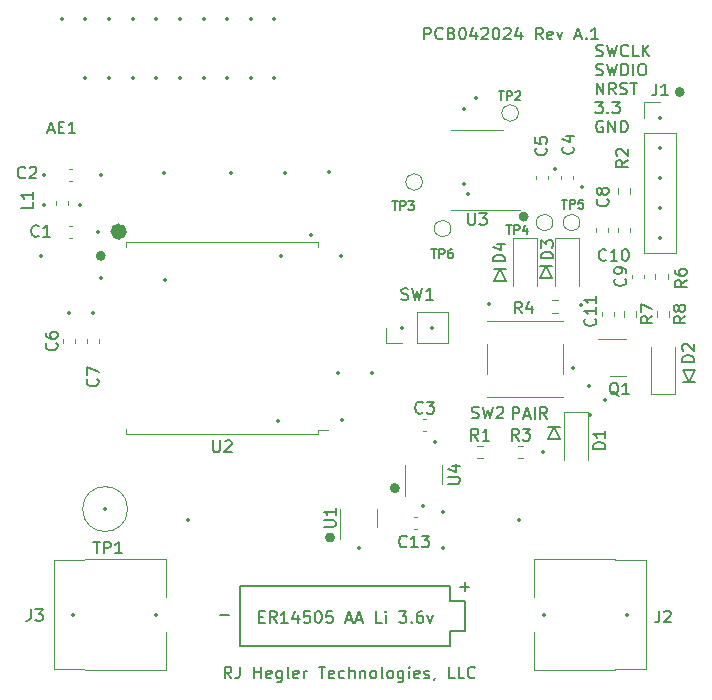
<source format=gbr>
%TF.GenerationSoftware,KiCad,Pcbnew,7.0.10*%
%TF.CreationDate,2025-01-21T12:55:57-05:00*%
%TF.ProjectId,PostAlertMailBoxV6,506f7374-416c-4657-9274-4d61696c426f,V4.0*%
%TF.SameCoordinates,Original*%
%TF.FileFunction,Legend,Top*%
%TF.FilePolarity,Positive*%
%FSLAX46Y46*%
G04 Gerber Fmt 4.6, Leading zero omitted, Abs format (unit mm)*
G04 Created by KiCad (PCBNEW 7.0.10) date 2025-01-21 12:55:57*
%MOMM*%
%LPD*%
G01*
G04 APERTURE LIST*
%ADD10C,0.150000*%
%ADD11C,0.434210*%
%ADD12C,0.710000*%
%ADD13C,0.120000*%
%ADD14C,0.350000*%
G04 APERTURE END LIST*
D10*
X177927000Y-96774000D02*
X177419000Y-95758000D01*
X157734000Y-117856000D02*
X157734000Y-119126000D01*
D11*
X164174105Y-82804000D02*
G75*
G03*
X163739895Y-82804000I-217105J0D01*
G01*
X163739895Y-82804000D02*
G75*
G03*
X164174105Y-82804000I217105J0D01*
G01*
X128360105Y-86127790D02*
G75*
G03*
X127925895Y-86127790I-217105J0D01*
G01*
X127925895Y-86127790D02*
G75*
G03*
X128360105Y-86127790I217105J0D01*
G01*
X147791105Y-109982000D02*
G75*
G03*
X147356895Y-109982000I-217105J0D01*
G01*
X147356895Y-109982000D02*
G75*
G03*
X147791105Y-109982000I217105J0D01*
G01*
D10*
X161417000Y-88265000D02*
X162433000Y-88265000D01*
X161417000Y-87249000D02*
X162433000Y-87249000D01*
X161417000Y-88265000D02*
X161925000Y-87249000D01*
X159004000Y-117856000D02*
X157734000Y-117856000D01*
D11*
X177382105Y-72263000D02*
G75*
G03*
X176947895Y-72263000I-217105J0D01*
G01*
X176947895Y-72263000D02*
G75*
G03*
X177382105Y-72263000I217105J0D01*
G01*
D12*
X130022000Y-84074000D02*
G75*
G03*
X129312000Y-84074000I-355000J0D01*
G01*
X129312000Y-84074000D02*
G75*
G03*
X130022000Y-84074000I355000J0D01*
G01*
D10*
X157734000Y-119126000D02*
X139954000Y-119126000D01*
X178435000Y-96774000D02*
X177419000Y-96774000D01*
X139954000Y-119126000D02*
X139954000Y-114046000D01*
X178435000Y-95758000D02*
X177927000Y-96774000D01*
X165989000Y-100584000D02*
X167005000Y-100584000D01*
X165354000Y-86995000D02*
X166370000Y-86995000D01*
X159004000Y-115316000D02*
X159004000Y-117856000D01*
X157734000Y-115316000D02*
X159004000Y-115316000D01*
X166497000Y-100584000D02*
X167005000Y-101600000D01*
X165354000Y-88011000D02*
X165862000Y-86995000D01*
X139954000Y-114046000D02*
X157734000Y-114046000D01*
X165989000Y-101600000D02*
X167005000Y-101600000D01*
D11*
X153273895Y-105791000D02*
G75*
G03*
X152839685Y-105791000I-217105J0D01*
G01*
X152839685Y-105791000D02*
G75*
G03*
X153273895Y-105791000I217105J0D01*
G01*
D10*
X165989000Y-101600000D02*
X166497000Y-100584000D01*
X157734000Y-114046000D02*
X157734000Y-115316000D01*
X161925000Y-87249000D02*
X162433000Y-88265000D01*
X165862000Y-86995000D02*
X166370000Y-88011000D01*
X165354000Y-88011000D02*
X166370000Y-88011000D01*
X178435000Y-95758000D02*
X177419000Y-95758000D01*
X155530779Y-67814819D02*
X155530779Y-66814819D01*
X155530779Y-66814819D02*
X155911731Y-66814819D01*
X155911731Y-66814819D02*
X156006969Y-66862438D01*
X156006969Y-66862438D02*
X156054588Y-66910057D01*
X156054588Y-66910057D02*
X156102207Y-67005295D01*
X156102207Y-67005295D02*
X156102207Y-67148152D01*
X156102207Y-67148152D02*
X156054588Y-67243390D01*
X156054588Y-67243390D02*
X156006969Y-67291009D01*
X156006969Y-67291009D02*
X155911731Y-67338628D01*
X155911731Y-67338628D02*
X155530779Y-67338628D01*
X157102207Y-67719580D02*
X157054588Y-67767200D01*
X157054588Y-67767200D02*
X156911731Y-67814819D01*
X156911731Y-67814819D02*
X156816493Y-67814819D01*
X156816493Y-67814819D02*
X156673636Y-67767200D01*
X156673636Y-67767200D02*
X156578398Y-67671961D01*
X156578398Y-67671961D02*
X156530779Y-67576723D01*
X156530779Y-67576723D02*
X156483160Y-67386247D01*
X156483160Y-67386247D02*
X156483160Y-67243390D01*
X156483160Y-67243390D02*
X156530779Y-67052914D01*
X156530779Y-67052914D02*
X156578398Y-66957676D01*
X156578398Y-66957676D02*
X156673636Y-66862438D01*
X156673636Y-66862438D02*
X156816493Y-66814819D01*
X156816493Y-66814819D02*
X156911731Y-66814819D01*
X156911731Y-66814819D02*
X157054588Y-66862438D01*
X157054588Y-66862438D02*
X157102207Y-66910057D01*
X157864112Y-67291009D02*
X158006969Y-67338628D01*
X158006969Y-67338628D02*
X158054588Y-67386247D01*
X158054588Y-67386247D02*
X158102207Y-67481485D01*
X158102207Y-67481485D02*
X158102207Y-67624342D01*
X158102207Y-67624342D02*
X158054588Y-67719580D01*
X158054588Y-67719580D02*
X158006969Y-67767200D01*
X158006969Y-67767200D02*
X157911731Y-67814819D01*
X157911731Y-67814819D02*
X157530779Y-67814819D01*
X157530779Y-67814819D02*
X157530779Y-66814819D01*
X157530779Y-66814819D02*
X157864112Y-66814819D01*
X157864112Y-66814819D02*
X157959350Y-66862438D01*
X157959350Y-66862438D02*
X158006969Y-66910057D01*
X158006969Y-66910057D02*
X158054588Y-67005295D01*
X158054588Y-67005295D02*
X158054588Y-67100533D01*
X158054588Y-67100533D02*
X158006969Y-67195771D01*
X158006969Y-67195771D02*
X157959350Y-67243390D01*
X157959350Y-67243390D02*
X157864112Y-67291009D01*
X157864112Y-67291009D02*
X157530779Y-67291009D01*
X158721255Y-66814819D02*
X158816493Y-66814819D01*
X158816493Y-66814819D02*
X158911731Y-66862438D01*
X158911731Y-66862438D02*
X158959350Y-66910057D01*
X158959350Y-66910057D02*
X159006969Y-67005295D01*
X159006969Y-67005295D02*
X159054588Y-67195771D01*
X159054588Y-67195771D02*
X159054588Y-67433866D01*
X159054588Y-67433866D02*
X159006969Y-67624342D01*
X159006969Y-67624342D02*
X158959350Y-67719580D01*
X158959350Y-67719580D02*
X158911731Y-67767200D01*
X158911731Y-67767200D02*
X158816493Y-67814819D01*
X158816493Y-67814819D02*
X158721255Y-67814819D01*
X158721255Y-67814819D02*
X158626017Y-67767200D01*
X158626017Y-67767200D02*
X158578398Y-67719580D01*
X158578398Y-67719580D02*
X158530779Y-67624342D01*
X158530779Y-67624342D02*
X158483160Y-67433866D01*
X158483160Y-67433866D02*
X158483160Y-67195771D01*
X158483160Y-67195771D02*
X158530779Y-67005295D01*
X158530779Y-67005295D02*
X158578398Y-66910057D01*
X158578398Y-66910057D02*
X158626017Y-66862438D01*
X158626017Y-66862438D02*
X158721255Y-66814819D01*
X159911731Y-67148152D02*
X159911731Y-67814819D01*
X159673636Y-66767200D02*
X159435541Y-67481485D01*
X159435541Y-67481485D02*
X160054588Y-67481485D01*
X160387922Y-66910057D02*
X160435541Y-66862438D01*
X160435541Y-66862438D02*
X160530779Y-66814819D01*
X160530779Y-66814819D02*
X160768874Y-66814819D01*
X160768874Y-66814819D02*
X160864112Y-66862438D01*
X160864112Y-66862438D02*
X160911731Y-66910057D01*
X160911731Y-66910057D02*
X160959350Y-67005295D01*
X160959350Y-67005295D02*
X160959350Y-67100533D01*
X160959350Y-67100533D02*
X160911731Y-67243390D01*
X160911731Y-67243390D02*
X160340303Y-67814819D01*
X160340303Y-67814819D02*
X160959350Y-67814819D01*
X161578398Y-66814819D02*
X161673636Y-66814819D01*
X161673636Y-66814819D02*
X161768874Y-66862438D01*
X161768874Y-66862438D02*
X161816493Y-66910057D01*
X161816493Y-66910057D02*
X161864112Y-67005295D01*
X161864112Y-67005295D02*
X161911731Y-67195771D01*
X161911731Y-67195771D02*
X161911731Y-67433866D01*
X161911731Y-67433866D02*
X161864112Y-67624342D01*
X161864112Y-67624342D02*
X161816493Y-67719580D01*
X161816493Y-67719580D02*
X161768874Y-67767200D01*
X161768874Y-67767200D02*
X161673636Y-67814819D01*
X161673636Y-67814819D02*
X161578398Y-67814819D01*
X161578398Y-67814819D02*
X161483160Y-67767200D01*
X161483160Y-67767200D02*
X161435541Y-67719580D01*
X161435541Y-67719580D02*
X161387922Y-67624342D01*
X161387922Y-67624342D02*
X161340303Y-67433866D01*
X161340303Y-67433866D02*
X161340303Y-67195771D01*
X161340303Y-67195771D02*
X161387922Y-67005295D01*
X161387922Y-67005295D02*
X161435541Y-66910057D01*
X161435541Y-66910057D02*
X161483160Y-66862438D01*
X161483160Y-66862438D02*
X161578398Y-66814819D01*
X162292684Y-66910057D02*
X162340303Y-66862438D01*
X162340303Y-66862438D02*
X162435541Y-66814819D01*
X162435541Y-66814819D02*
X162673636Y-66814819D01*
X162673636Y-66814819D02*
X162768874Y-66862438D01*
X162768874Y-66862438D02*
X162816493Y-66910057D01*
X162816493Y-66910057D02*
X162864112Y-67005295D01*
X162864112Y-67005295D02*
X162864112Y-67100533D01*
X162864112Y-67100533D02*
X162816493Y-67243390D01*
X162816493Y-67243390D02*
X162245065Y-67814819D01*
X162245065Y-67814819D02*
X162864112Y-67814819D01*
X163721255Y-67148152D02*
X163721255Y-67814819D01*
X163483160Y-66767200D02*
X163245065Y-67481485D01*
X163245065Y-67481485D02*
X163864112Y-67481485D01*
X165578398Y-67814819D02*
X165245065Y-67338628D01*
X165006970Y-67814819D02*
X165006970Y-66814819D01*
X165006970Y-66814819D02*
X165387922Y-66814819D01*
X165387922Y-66814819D02*
X165483160Y-66862438D01*
X165483160Y-66862438D02*
X165530779Y-66910057D01*
X165530779Y-66910057D02*
X165578398Y-67005295D01*
X165578398Y-67005295D02*
X165578398Y-67148152D01*
X165578398Y-67148152D02*
X165530779Y-67243390D01*
X165530779Y-67243390D02*
X165483160Y-67291009D01*
X165483160Y-67291009D02*
X165387922Y-67338628D01*
X165387922Y-67338628D02*
X165006970Y-67338628D01*
X166387922Y-67767200D02*
X166292684Y-67814819D01*
X166292684Y-67814819D02*
X166102208Y-67814819D01*
X166102208Y-67814819D02*
X166006970Y-67767200D01*
X166006970Y-67767200D02*
X165959351Y-67671961D01*
X165959351Y-67671961D02*
X165959351Y-67291009D01*
X165959351Y-67291009D02*
X166006970Y-67195771D01*
X166006970Y-67195771D02*
X166102208Y-67148152D01*
X166102208Y-67148152D02*
X166292684Y-67148152D01*
X166292684Y-67148152D02*
X166387922Y-67195771D01*
X166387922Y-67195771D02*
X166435541Y-67291009D01*
X166435541Y-67291009D02*
X166435541Y-67386247D01*
X166435541Y-67386247D02*
X165959351Y-67481485D01*
X166768875Y-67148152D02*
X167006970Y-67814819D01*
X167006970Y-67814819D02*
X167245065Y-67148152D01*
X168340304Y-67529104D02*
X168816494Y-67529104D01*
X168245066Y-67814819D02*
X168578399Y-66814819D01*
X168578399Y-66814819D02*
X168911732Y-67814819D01*
X169245066Y-67719580D02*
X169292685Y-67767200D01*
X169292685Y-67767200D02*
X169245066Y-67814819D01*
X169245066Y-67814819D02*
X169197447Y-67767200D01*
X169197447Y-67767200D02*
X169245066Y-67719580D01*
X169245066Y-67719580D02*
X169245066Y-67814819D01*
X170245065Y-67814819D02*
X169673637Y-67814819D01*
X169959351Y-67814819D02*
X169959351Y-66814819D01*
X169959351Y-66814819D02*
X169864113Y-66957676D01*
X169864113Y-66957676D02*
X169768875Y-67052914D01*
X169768875Y-67052914D02*
X169673637Y-67100533D01*
X158578779Y-114169866D02*
X159340684Y-114169866D01*
X158959731Y-114550819D02*
X158959731Y-113788914D01*
X138258779Y-116582866D02*
X139020684Y-116582866D01*
X163023779Y-99945819D02*
X163023779Y-98945819D01*
X163023779Y-98945819D02*
X163404731Y-98945819D01*
X163404731Y-98945819D02*
X163499969Y-98993438D01*
X163499969Y-98993438D02*
X163547588Y-99041057D01*
X163547588Y-99041057D02*
X163595207Y-99136295D01*
X163595207Y-99136295D02*
X163595207Y-99279152D01*
X163595207Y-99279152D02*
X163547588Y-99374390D01*
X163547588Y-99374390D02*
X163499969Y-99422009D01*
X163499969Y-99422009D02*
X163404731Y-99469628D01*
X163404731Y-99469628D02*
X163023779Y-99469628D01*
X163976160Y-99660104D02*
X164452350Y-99660104D01*
X163880922Y-99945819D02*
X164214255Y-98945819D01*
X164214255Y-98945819D02*
X164547588Y-99945819D01*
X164880922Y-99945819D02*
X164880922Y-98945819D01*
X165928540Y-99945819D02*
X165595207Y-99469628D01*
X165357112Y-99945819D02*
X165357112Y-98945819D01*
X165357112Y-98945819D02*
X165738064Y-98945819D01*
X165738064Y-98945819D02*
X165833302Y-98993438D01*
X165833302Y-98993438D02*
X165880921Y-99041057D01*
X165880921Y-99041057D02*
X165928540Y-99136295D01*
X165928540Y-99136295D02*
X165928540Y-99279152D01*
X165928540Y-99279152D02*
X165880921Y-99374390D01*
X165880921Y-99374390D02*
X165833302Y-99422009D01*
X165833302Y-99422009D02*
X165738064Y-99469628D01*
X165738064Y-99469628D02*
X165357112Y-99469628D01*
X141560779Y-116694009D02*
X141894112Y-116694009D01*
X142036969Y-117217819D02*
X141560779Y-117217819D01*
X141560779Y-117217819D02*
X141560779Y-116217819D01*
X141560779Y-116217819D02*
X142036969Y-116217819D01*
X143036969Y-117217819D02*
X142703636Y-116741628D01*
X142465541Y-117217819D02*
X142465541Y-116217819D01*
X142465541Y-116217819D02*
X142846493Y-116217819D01*
X142846493Y-116217819D02*
X142941731Y-116265438D01*
X142941731Y-116265438D02*
X142989350Y-116313057D01*
X142989350Y-116313057D02*
X143036969Y-116408295D01*
X143036969Y-116408295D02*
X143036969Y-116551152D01*
X143036969Y-116551152D02*
X142989350Y-116646390D01*
X142989350Y-116646390D02*
X142941731Y-116694009D01*
X142941731Y-116694009D02*
X142846493Y-116741628D01*
X142846493Y-116741628D02*
X142465541Y-116741628D01*
X143989350Y-117217819D02*
X143417922Y-117217819D01*
X143703636Y-117217819D02*
X143703636Y-116217819D01*
X143703636Y-116217819D02*
X143608398Y-116360676D01*
X143608398Y-116360676D02*
X143513160Y-116455914D01*
X143513160Y-116455914D02*
X143417922Y-116503533D01*
X144846493Y-116551152D02*
X144846493Y-117217819D01*
X144608398Y-116170200D02*
X144370303Y-116884485D01*
X144370303Y-116884485D02*
X144989350Y-116884485D01*
X145846493Y-116217819D02*
X145370303Y-116217819D01*
X145370303Y-116217819D02*
X145322684Y-116694009D01*
X145322684Y-116694009D02*
X145370303Y-116646390D01*
X145370303Y-116646390D02*
X145465541Y-116598771D01*
X145465541Y-116598771D02*
X145703636Y-116598771D01*
X145703636Y-116598771D02*
X145798874Y-116646390D01*
X145798874Y-116646390D02*
X145846493Y-116694009D01*
X145846493Y-116694009D02*
X145894112Y-116789247D01*
X145894112Y-116789247D02*
X145894112Y-117027342D01*
X145894112Y-117027342D02*
X145846493Y-117122580D01*
X145846493Y-117122580D02*
X145798874Y-117170200D01*
X145798874Y-117170200D02*
X145703636Y-117217819D01*
X145703636Y-117217819D02*
X145465541Y-117217819D01*
X145465541Y-117217819D02*
X145370303Y-117170200D01*
X145370303Y-117170200D02*
X145322684Y-117122580D01*
X146513160Y-116217819D02*
X146608398Y-116217819D01*
X146608398Y-116217819D02*
X146703636Y-116265438D01*
X146703636Y-116265438D02*
X146751255Y-116313057D01*
X146751255Y-116313057D02*
X146798874Y-116408295D01*
X146798874Y-116408295D02*
X146846493Y-116598771D01*
X146846493Y-116598771D02*
X146846493Y-116836866D01*
X146846493Y-116836866D02*
X146798874Y-117027342D01*
X146798874Y-117027342D02*
X146751255Y-117122580D01*
X146751255Y-117122580D02*
X146703636Y-117170200D01*
X146703636Y-117170200D02*
X146608398Y-117217819D01*
X146608398Y-117217819D02*
X146513160Y-117217819D01*
X146513160Y-117217819D02*
X146417922Y-117170200D01*
X146417922Y-117170200D02*
X146370303Y-117122580D01*
X146370303Y-117122580D02*
X146322684Y-117027342D01*
X146322684Y-117027342D02*
X146275065Y-116836866D01*
X146275065Y-116836866D02*
X146275065Y-116598771D01*
X146275065Y-116598771D02*
X146322684Y-116408295D01*
X146322684Y-116408295D02*
X146370303Y-116313057D01*
X146370303Y-116313057D02*
X146417922Y-116265438D01*
X146417922Y-116265438D02*
X146513160Y-116217819D01*
X147751255Y-116217819D02*
X147275065Y-116217819D01*
X147275065Y-116217819D02*
X147227446Y-116694009D01*
X147227446Y-116694009D02*
X147275065Y-116646390D01*
X147275065Y-116646390D02*
X147370303Y-116598771D01*
X147370303Y-116598771D02*
X147608398Y-116598771D01*
X147608398Y-116598771D02*
X147703636Y-116646390D01*
X147703636Y-116646390D02*
X147751255Y-116694009D01*
X147751255Y-116694009D02*
X147798874Y-116789247D01*
X147798874Y-116789247D02*
X147798874Y-117027342D01*
X147798874Y-117027342D02*
X147751255Y-117122580D01*
X147751255Y-117122580D02*
X147703636Y-117170200D01*
X147703636Y-117170200D02*
X147608398Y-117217819D01*
X147608398Y-117217819D02*
X147370303Y-117217819D01*
X147370303Y-117217819D02*
X147275065Y-117170200D01*
X147275065Y-117170200D02*
X147227446Y-117122580D01*
X148941732Y-116932104D02*
X149417922Y-116932104D01*
X148846494Y-117217819D02*
X149179827Y-116217819D01*
X149179827Y-116217819D02*
X149513160Y-117217819D01*
X149798875Y-116932104D02*
X150275065Y-116932104D01*
X149703637Y-117217819D02*
X150036970Y-116217819D01*
X150036970Y-116217819D02*
X150370303Y-117217819D01*
X151941732Y-117217819D02*
X151465542Y-117217819D01*
X151465542Y-117217819D02*
X151465542Y-116217819D01*
X152275066Y-117217819D02*
X152275066Y-116551152D01*
X152275066Y-116217819D02*
X152227447Y-116265438D01*
X152227447Y-116265438D02*
X152275066Y-116313057D01*
X152275066Y-116313057D02*
X152322685Y-116265438D01*
X152322685Y-116265438D02*
X152275066Y-116217819D01*
X152275066Y-116217819D02*
X152275066Y-116313057D01*
X153417923Y-116217819D02*
X154036970Y-116217819D01*
X154036970Y-116217819D02*
X153703637Y-116598771D01*
X153703637Y-116598771D02*
X153846494Y-116598771D01*
X153846494Y-116598771D02*
X153941732Y-116646390D01*
X153941732Y-116646390D02*
X153989351Y-116694009D01*
X153989351Y-116694009D02*
X154036970Y-116789247D01*
X154036970Y-116789247D02*
X154036970Y-117027342D01*
X154036970Y-117027342D02*
X153989351Y-117122580D01*
X153989351Y-117122580D02*
X153941732Y-117170200D01*
X153941732Y-117170200D02*
X153846494Y-117217819D01*
X153846494Y-117217819D02*
X153560780Y-117217819D01*
X153560780Y-117217819D02*
X153465542Y-117170200D01*
X153465542Y-117170200D02*
X153417923Y-117122580D01*
X154465542Y-117122580D02*
X154513161Y-117170200D01*
X154513161Y-117170200D02*
X154465542Y-117217819D01*
X154465542Y-117217819D02*
X154417923Y-117170200D01*
X154417923Y-117170200D02*
X154465542Y-117122580D01*
X154465542Y-117122580D02*
X154465542Y-117217819D01*
X155370303Y-116217819D02*
X155179827Y-116217819D01*
X155179827Y-116217819D02*
X155084589Y-116265438D01*
X155084589Y-116265438D02*
X155036970Y-116313057D01*
X155036970Y-116313057D02*
X154941732Y-116455914D01*
X154941732Y-116455914D02*
X154894113Y-116646390D01*
X154894113Y-116646390D02*
X154894113Y-117027342D01*
X154894113Y-117027342D02*
X154941732Y-117122580D01*
X154941732Y-117122580D02*
X154989351Y-117170200D01*
X154989351Y-117170200D02*
X155084589Y-117217819D01*
X155084589Y-117217819D02*
X155275065Y-117217819D01*
X155275065Y-117217819D02*
X155370303Y-117170200D01*
X155370303Y-117170200D02*
X155417922Y-117122580D01*
X155417922Y-117122580D02*
X155465541Y-117027342D01*
X155465541Y-117027342D02*
X155465541Y-116789247D01*
X155465541Y-116789247D02*
X155417922Y-116694009D01*
X155417922Y-116694009D02*
X155370303Y-116646390D01*
X155370303Y-116646390D02*
X155275065Y-116598771D01*
X155275065Y-116598771D02*
X155084589Y-116598771D01*
X155084589Y-116598771D02*
X154989351Y-116646390D01*
X154989351Y-116646390D02*
X154941732Y-116694009D01*
X154941732Y-116694009D02*
X154894113Y-116789247D01*
X155798875Y-116551152D02*
X156036970Y-117217819D01*
X156036970Y-117217819D02*
X156275065Y-116551152D01*
X170088160Y-69201200D02*
X170231017Y-69248819D01*
X170231017Y-69248819D02*
X170469112Y-69248819D01*
X170469112Y-69248819D02*
X170564350Y-69201200D01*
X170564350Y-69201200D02*
X170611969Y-69153580D01*
X170611969Y-69153580D02*
X170659588Y-69058342D01*
X170659588Y-69058342D02*
X170659588Y-68963104D01*
X170659588Y-68963104D02*
X170611969Y-68867866D01*
X170611969Y-68867866D02*
X170564350Y-68820247D01*
X170564350Y-68820247D02*
X170469112Y-68772628D01*
X170469112Y-68772628D02*
X170278636Y-68725009D01*
X170278636Y-68725009D02*
X170183398Y-68677390D01*
X170183398Y-68677390D02*
X170135779Y-68629771D01*
X170135779Y-68629771D02*
X170088160Y-68534533D01*
X170088160Y-68534533D02*
X170088160Y-68439295D01*
X170088160Y-68439295D02*
X170135779Y-68344057D01*
X170135779Y-68344057D02*
X170183398Y-68296438D01*
X170183398Y-68296438D02*
X170278636Y-68248819D01*
X170278636Y-68248819D02*
X170516731Y-68248819D01*
X170516731Y-68248819D02*
X170659588Y-68296438D01*
X170992922Y-68248819D02*
X171231017Y-69248819D01*
X171231017Y-69248819D02*
X171421493Y-68534533D01*
X171421493Y-68534533D02*
X171611969Y-69248819D01*
X171611969Y-69248819D02*
X171850065Y-68248819D01*
X172802445Y-69153580D02*
X172754826Y-69201200D01*
X172754826Y-69201200D02*
X172611969Y-69248819D01*
X172611969Y-69248819D02*
X172516731Y-69248819D01*
X172516731Y-69248819D02*
X172373874Y-69201200D01*
X172373874Y-69201200D02*
X172278636Y-69105961D01*
X172278636Y-69105961D02*
X172231017Y-69010723D01*
X172231017Y-69010723D02*
X172183398Y-68820247D01*
X172183398Y-68820247D02*
X172183398Y-68677390D01*
X172183398Y-68677390D02*
X172231017Y-68486914D01*
X172231017Y-68486914D02*
X172278636Y-68391676D01*
X172278636Y-68391676D02*
X172373874Y-68296438D01*
X172373874Y-68296438D02*
X172516731Y-68248819D01*
X172516731Y-68248819D02*
X172611969Y-68248819D01*
X172611969Y-68248819D02*
X172754826Y-68296438D01*
X172754826Y-68296438D02*
X172802445Y-68344057D01*
X173707207Y-69248819D02*
X173231017Y-69248819D01*
X173231017Y-69248819D02*
X173231017Y-68248819D01*
X174040541Y-69248819D02*
X174040541Y-68248819D01*
X174611969Y-69248819D02*
X174183398Y-68677390D01*
X174611969Y-68248819D02*
X174040541Y-68820247D01*
X170088160Y-70811200D02*
X170231017Y-70858819D01*
X170231017Y-70858819D02*
X170469112Y-70858819D01*
X170469112Y-70858819D02*
X170564350Y-70811200D01*
X170564350Y-70811200D02*
X170611969Y-70763580D01*
X170611969Y-70763580D02*
X170659588Y-70668342D01*
X170659588Y-70668342D02*
X170659588Y-70573104D01*
X170659588Y-70573104D02*
X170611969Y-70477866D01*
X170611969Y-70477866D02*
X170564350Y-70430247D01*
X170564350Y-70430247D02*
X170469112Y-70382628D01*
X170469112Y-70382628D02*
X170278636Y-70335009D01*
X170278636Y-70335009D02*
X170183398Y-70287390D01*
X170183398Y-70287390D02*
X170135779Y-70239771D01*
X170135779Y-70239771D02*
X170088160Y-70144533D01*
X170088160Y-70144533D02*
X170088160Y-70049295D01*
X170088160Y-70049295D02*
X170135779Y-69954057D01*
X170135779Y-69954057D02*
X170183398Y-69906438D01*
X170183398Y-69906438D02*
X170278636Y-69858819D01*
X170278636Y-69858819D02*
X170516731Y-69858819D01*
X170516731Y-69858819D02*
X170659588Y-69906438D01*
X170992922Y-69858819D02*
X171231017Y-70858819D01*
X171231017Y-70858819D02*
X171421493Y-70144533D01*
X171421493Y-70144533D02*
X171611969Y-70858819D01*
X171611969Y-70858819D02*
X171850065Y-69858819D01*
X172231017Y-70858819D02*
X172231017Y-69858819D01*
X172231017Y-69858819D02*
X172469112Y-69858819D01*
X172469112Y-69858819D02*
X172611969Y-69906438D01*
X172611969Y-69906438D02*
X172707207Y-70001676D01*
X172707207Y-70001676D02*
X172754826Y-70096914D01*
X172754826Y-70096914D02*
X172802445Y-70287390D01*
X172802445Y-70287390D02*
X172802445Y-70430247D01*
X172802445Y-70430247D02*
X172754826Y-70620723D01*
X172754826Y-70620723D02*
X172707207Y-70715961D01*
X172707207Y-70715961D02*
X172611969Y-70811200D01*
X172611969Y-70811200D02*
X172469112Y-70858819D01*
X172469112Y-70858819D02*
X172231017Y-70858819D01*
X173231017Y-70858819D02*
X173231017Y-69858819D01*
X173897683Y-69858819D02*
X174088159Y-69858819D01*
X174088159Y-69858819D02*
X174183397Y-69906438D01*
X174183397Y-69906438D02*
X174278635Y-70001676D01*
X174278635Y-70001676D02*
X174326254Y-70192152D01*
X174326254Y-70192152D02*
X174326254Y-70525485D01*
X174326254Y-70525485D02*
X174278635Y-70715961D01*
X174278635Y-70715961D02*
X174183397Y-70811200D01*
X174183397Y-70811200D02*
X174088159Y-70858819D01*
X174088159Y-70858819D02*
X173897683Y-70858819D01*
X173897683Y-70858819D02*
X173802445Y-70811200D01*
X173802445Y-70811200D02*
X173707207Y-70715961D01*
X173707207Y-70715961D02*
X173659588Y-70525485D01*
X173659588Y-70525485D02*
X173659588Y-70192152D01*
X173659588Y-70192152D02*
X173707207Y-70001676D01*
X173707207Y-70001676D02*
X173802445Y-69906438D01*
X173802445Y-69906438D02*
X173897683Y-69858819D01*
X170135779Y-72468819D02*
X170135779Y-71468819D01*
X170135779Y-71468819D02*
X170707207Y-72468819D01*
X170707207Y-72468819D02*
X170707207Y-71468819D01*
X171754826Y-72468819D02*
X171421493Y-71992628D01*
X171183398Y-72468819D02*
X171183398Y-71468819D01*
X171183398Y-71468819D02*
X171564350Y-71468819D01*
X171564350Y-71468819D02*
X171659588Y-71516438D01*
X171659588Y-71516438D02*
X171707207Y-71564057D01*
X171707207Y-71564057D02*
X171754826Y-71659295D01*
X171754826Y-71659295D02*
X171754826Y-71802152D01*
X171754826Y-71802152D02*
X171707207Y-71897390D01*
X171707207Y-71897390D02*
X171659588Y-71945009D01*
X171659588Y-71945009D02*
X171564350Y-71992628D01*
X171564350Y-71992628D02*
X171183398Y-71992628D01*
X172135779Y-72421200D02*
X172278636Y-72468819D01*
X172278636Y-72468819D02*
X172516731Y-72468819D01*
X172516731Y-72468819D02*
X172611969Y-72421200D01*
X172611969Y-72421200D02*
X172659588Y-72373580D01*
X172659588Y-72373580D02*
X172707207Y-72278342D01*
X172707207Y-72278342D02*
X172707207Y-72183104D01*
X172707207Y-72183104D02*
X172659588Y-72087866D01*
X172659588Y-72087866D02*
X172611969Y-72040247D01*
X172611969Y-72040247D02*
X172516731Y-71992628D01*
X172516731Y-71992628D02*
X172326255Y-71945009D01*
X172326255Y-71945009D02*
X172231017Y-71897390D01*
X172231017Y-71897390D02*
X172183398Y-71849771D01*
X172183398Y-71849771D02*
X172135779Y-71754533D01*
X172135779Y-71754533D02*
X172135779Y-71659295D01*
X172135779Y-71659295D02*
X172183398Y-71564057D01*
X172183398Y-71564057D02*
X172231017Y-71516438D01*
X172231017Y-71516438D02*
X172326255Y-71468819D01*
X172326255Y-71468819D02*
X172564350Y-71468819D01*
X172564350Y-71468819D02*
X172707207Y-71516438D01*
X172992922Y-71468819D02*
X173564350Y-71468819D01*
X173278636Y-72468819D02*
X173278636Y-71468819D01*
X170040541Y-73078819D02*
X170659588Y-73078819D01*
X170659588Y-73078819D02*
X170326255Y-73459771D01*
X170326255Y-73459771D02*
X170469112Y-73459771D01*
X170469112Y-73459771D02*
X170564350Y-73507390D01*
X170564350Y-73507390D02*
X170611969Y-73555009D01*
X170611969Y-73555009D02*
X170659588Y-73650247D01*
X170659588Y-73650247D02*
X170659588Y-73888342D01*
X170659588Y-73888342D02*
X170611969Y-73983580D01*
X170611969Y-73983580D02*
X170564350Y-74031200D01*
X170564350Y-74031200D02*
X170469112Y-74078819D01*
X170469112Y-74078819D02*
X170183398Y-74078819D01*
X170183398Y-74078819D02*
X170088160Y-74031200D01*
X170088160Y-74031200D02*
X170040541Y-73983580D01*
X171088160Y-73983580D02*
X171135779Y-74031200D01*
X171135779Y-74031200D02*
X171088160Y-74078819D01*
X171088160Y-74078819D02*
X171040541Y-74031200D01*
X171040541Y-74031200D02*
X171088160Y-73983580D01*
X171088160Y-73983580D02*
X171088160Y-74078819D01*
X171469112Y-73078819D02*
X172088159Y-73078819D01*
X172088159Y-73078819D02*
X171754826Y-73459771D01*
X171754826Y-73459771D02*
X171897683Y-73459771D01*
X171897683Y-73459771D02*
X171992921Y-73507390D01*
X171992921Y-73507390D02*
X172040540Y-73555009D01*
X172040540Y-73555009D02*
X172088159Y-73650247D01*
X172088159Y-73650247D02*
X172088159Y-73888342D01*
X172088159Y-73888342D02*
X172040540Y-73983580D01*
X172040540Y-73983580D02*
X171992921Y-74031200D01*
X171992921Y-74031200D02*
X171897683Y-74078819D01*
X171897683Y-74078819D02*
X171611969Y-74078819D01*
X171611969Y-74078819D02*
X171516731Y-74031200D01*
X171516731Y-74031200D02*
X171469112Y-73983580D01*
X170659588Y-74736438D02*
X170564350Y-74688819D01*
X170564350Y-74688819D02*
X170421493Y-74688819D01*
X170421493Y-74688819D02*
X170278636Y-74736438D01*
X170278636Y-74736438D02*
X170183398Y-74831676D01*
X170183398Y-74831676D02*
X170135779Y-74926914D01*
X170135779Y-74926914D02*
X170088160Y-75117390D01*
X170088160Y-75117390D02*
X170088160Y-75260247D01*
X170088160Y-75260247D02*
X170135779Y-75450723D01*
X170135779Y-75450723D02*
X170183398Y-75545961D01*
X170183398Y-75545961D02*
X170278636Y-75641200D01*
X170278636Y-75641200D02*
X170421493Y-75688819D01*
X170421493Y-75688819D02*
X170516731Y-75688819D01*
X170516731Y-75688819D02*
X170659588Y-75641200D01*
X170659588Y-75641200D02*
X170707207Y-75593580D01*
X170707207Y-75593580D02*
X170707207Y-75260247D01*
X170707207Y-75260247D02*
X170516731Y-75260247D01*
X171135779Y-75688819D02*
X171135779Y-74688819D01*
X171135779Y-74688819D02*
X171707207Y-75688819D01*
X171707207Y-75688819D02*
X171707207Y-74688819D01*
X172183398Y-75688819D02*
X172183398Y-74688819D01*
X172183398Y-74688819D02*
X172421493Y-74688819D01*
X172421493Y-74688819D02*
X172564350Y-74736438D01*
X172564350Y-74736438D02*
X172659588Y-74831676D01*
X172659588Y-74831676D02*
X172707207Y-74926914D01*
X172707207Y-74926914D02*
X172754826Y-75117390D01*
X172754826Y-75117390D02*
X172754826Y-75260247D01*
X172754826Y-75260247D02*
X172707207Y-75450723D01*
X172707207Y-75450723D02*
X172659588Y-75545961D01*
X172659588Y-75545961D02*
X172564350Y-75641200D01*
X172564350Y-75641200D02*
X172421493Y-75688819D01*
X172421493Y-75688819D02*
X172183398Y-75688819D01*
X139211207Y-121916819D02*
X138877874Y-121440628D01*
X138639779Y-121916819D02*
X138639779Y-120916819D01*
X138639779Y-120916819D02*
X139020731Y-120916819D01*
X139020731Y-120916819D02*
X139115969Y-120964438D01*
X139115969Y-120964438D02*
X139163588Y-121012057D01*
X139163588Y-121012057D02*
X139211207Y-121107295D01*
X139211207Y-121107295D02*
X139211207Y-121250152D01*
X139211207Y-121250152D02*
X139163588Y-121345390D01*
X139163588Y-121345390D02*
X139115969Y-121393009D01*
X139115969Y-121393009D02*
X139020731Y-121440628D01*
X139020731Y-121440628D02*
X138639779Y-121440628D01*
X139925493Y-120916819D02*
X139925493Y-121631104D01*
X139925493Y-121631104D02*
X139877874Y-121773961D01*
X139877874Y-121773961D02*
X139782636Y-121869200D01*
X139782636Y-121869200D02*
X139639779Y-121916819D01*
X139639779Y-121916819D02*
X139544541Y-121916819D01*
X141163589Y-121916819D02*
X141163589Y-120916819D01*
X141163589Y-121393009D02*
X141735017Y-121393009D01*
X141735017Y-121916819D02*
X141735017Y-120916819D01*
X142592160Y-121869200D02*
X142496922Y-121916819D01*
X142496922Y-121916819D02*
X142306446Y-121916819D01*
X142306446Y-121916819D02*
X142211208Y-121869200D01*
X142211208Y-121869200D02*
X142163589Y-121773961D01*
X142163589Y-121773961D02*
X142163589Y-121393009D01*
X142163589Y-121393009D02*
X142211208Y-121297771D01*
X142211208Y-121297771D02*
X142306446Y-121250152D01*
X142306446Y-121250152D02*
X142496922Y-121250152D01*
X142496922Y-121250152D02*
X142592160Y-121297771D01*
X142592160Y-121297771D02*
X142639779Y-121393009D01*
X142639779Y-121393009D02*
X142639779Y-121488247D01*
X142639779Y-121488247D02*
X142163589Y-121583485D01*
X143496922Y-121250152D02*
X143496922Y-122059676D01*
X143496922Y-122059676D02*
X143449303Y-122154914D01*
X143449303Y-122154914D02*
X143401684Y-122202533D01*
X143401684Y-122202533D02*
X143306446Y-122250152D01*
X143306446Y-122250152D02*
X143163589Y-122250152D01*
X143163589Y-122250152D02*
X143068351Y-122202533D01*
X143496922Y-121869200D02*
X143401684Y-121916819D01*
X143401684Y-121916819D02*
X143211208Y-121916819D01*
X143211208Y-121916819D02*
X143115970Y-121869200D01*
X143115970Y-121869200D02*
X143068351Y-121821580D01*
X143068351Y-121821580D02*
X143020732Y-121726342D01*
X143020732Y-121726342D02*
X143020732Y-121440628D01*
X143020732Y-121440628D02*
X143068351Y-121345390D01*
X143068351Y-121345390D02*
X143115970Y-121297771D01*
X143115970Y-121297771D02*
X143211208Y-121250152D01*
X143211208Y-121250152D02*
X143401684Y-121250152D01*
X143401684Y-121250152D02*
X143496922Y-121297771D01*
X144115970Y-121916819D02*
X144020732Y-121869200D01*
X144020732Y-121869200D02*
X143973113Y-121773961D01*
X143973113Y-121773961D02*
X143973113Y-120916819D01*
X144877875Y-121869200D02*
X144782637Y-121916819D01*
X144782637Y-121916819D02*
X144592161Y-121916819D01*
X144592161Y-121916819D02*
X144496923Y-121869200D01*
X144496923Y-121869200D02*
X144449304Y-121773961D01*
X144449304Y-121773961D02*
X144449304Y-121393009D01*
X144449304Y-121393009D02*
X144496923Y-121297771D01*
X144496923Y-121297771D02*
X144592161Y-121250152D01*
X144592161Y-121250152D02*
X144782637Y-121250152D01*
X144782637Y-121250152D02*
X144877875Y-121297771D01*
X144877875Y-121297771D02*
X144925494Y-121393009D01*
X144925494Y-121393009D02*
X144925494Y-121488247D01*
X144925494Y-121488247D02*
X144449304Y-121583485D01*
X145354066Y-121916819D02*
X145354066Y-121250152D01*
X145354066Y-121440628D02*
X145401685Y-121345390D01*
X145401685Y-121345390D02*
X145449304Y-121297771D01*
X145449304Y-121297771D02*
X145544542Y-121250152D01*
X145544542Y-121250152D02*
X145639780Y-121250152D01*
X146592162Y-120916819D02*
X147163590Y-120916819D01*
X146877876Y-121916819D02*
X146877876Y-120916819D01*
X147877876Y-121869200D02*
X147782638Y-121916819D01*
X147782638Y-121916819D02*
X147592162Y-121916819D01*
X147592162Y-121916819D02*
X147496924Y-121869200D01*
X147496924Y-121869200D02*
X147449305Y-121773961D01*
X147449305Y-121773961D02*
X147449305Y-121393009D01*
X147449305Y-121393009D02*
X147496924Y-121297771D01*
X147496924Y-121297771D02*
X147592162Y-121250152D01*
X147592162Y-121250152D02*
X147782638Y-121250152D01*
X147782638Y-121250152D02*
X147877876Y-121297771D01*
X147877876Y-121297771D02*
X147925495Y-121393009D01*
X147925495Y-121393009D02*
X147925495Y-121488247D01*
X147925495Y-121488247D02*
X147449305Y-121583485D01*
X148782638Y-121869200D02*
X148687400Y-121916819D01*
X148687400Y-121916819D02*
X148496924Y-121916819D01*
X148496924Y-121916819D02*
X148401686Y-121869200D01*
X148401686Y-121869200D02*
X148354067Y-121821580D01*
X148354067Y-121821580D02*
X148306448Y-121726342D01*
X148306448Y-121726342D02*
X148306448Y-121440628D01*
X148306448Y-121440628D02*
X148354067Y-121345390D01*
X148354067Y-121345390D02*
X148401686Y-121297771D01*
X148401686Y-121297771D02*
X148496924Y-121250152D01*
X148496924Y-121250152D02*
X148687400Y-121250152D01*
X148687400Y-121250152D02*
X148782638Y-121297771D01*
X149211210Y-121916819D02*
X149211210Y-120916819D01*
X149639781Y-121916819D02*
X149639781Y-121393009D01*
X149639781Y-121393009D02*
X149592162Y-121297771D01*
X149592162Y-121297771D02*
X149496924Y-121250152D01*
X149496924Y-121250152D02*
X149354067Y-121250152D01*
X149354067Y-121250152D02*
X149258829Y-121297771D01*
X149258829Y-121297771D02*
X149211210Y-121345390D01*
X150115972Y-121250152D02*
X150115972Y-121916819D01*
X150115972Y-121345390D02*
X150163591Y-121297771D01*
X150163591Y-121297771D02*
X150258829Y-121250152D01*
X150258829Y-121250152D02*
X150401686Y-121250152D01*
X150401686Y-121250152D02*
X150496924Y-121297771D01*
X150496924Y-121297771D02*
X150544543Y-121393009D01*
X150544543Y-121393009D02*
X150544543Y-121916819D01*
X151163591Y-121916819D02*
X151068353Y-121869200D01*
X151068353Y-121869200D02*
X151020734Y-121821580D01*
X151020734Y-121821580D02*
X150973115Y-121726342D01*
X150973115Y-121726342D02*
X150973115Y-121440628D01*
X150973115Y-121440628D02*
X151020734Y-121345390D01*
X151020734Y-121345390D02*
X151068353Y-121297771D01*
X151068353Y-121297771D02*
X151163591Y-121250152D01*
X151163591Y-121250152D02*
X151306448Y-121250152D01*
X151306448Y-121250152D02*
X151401686Y-121297771D01*
X151401686Y-121297771D02*
X151449305Y-121345390D01*
X151449305Y-121345390D02*
X151496924Y-121440628D01*
X151496924Y-121440628D02*
X151496924Y-121726342D01*
X151496924Y-121726342D02*
X151449305Y-121821580D01*
X151449305Y-121821580D02*
X151401686Y-121869200D01*
X151401686Y-121869200D02*
X151306448Y-121916819D01*
X151306448Y-121916819D02*
X151163591Y-121916819D01*
X152068353Y-121916819D02*
X151973115Y-121869200D01*
X151973115Y-121869200D02*
X151925496Y-121773961D01*
X151925496Y-121773961D02*
X151925496Y-120916819D01*
X152592163Y-121916819D02*
X152496925Y-121869200D01*
X152496925Y-121869200D02*
X152449306Y-121821580D01*
X152449306Y-121821580D02*
X152401687Y-121726342D01*
X152401687Y-121726342D02*
X152401687Y-121440628D01*
X152401687Y-121440628D02*
X152449306Y-121345390D01*
X152449306Y-121345390D02*
X152496925Y-121297771D01*
X152496925Y-121297771D02*
X152592163Y-121250152D01*
X152592163Y-121250152D02*
X152735020Y-121250152D01*
X152735020Y-121250152D02*
X152830258Y-121297771D01*
X152830258Y-121297771D02*
X152877877Y-121345390D01*
X152877877Y-121345390D02*
X152925496Y-121440628D01*
X152925496Y-121440628D02*
X152925496Y-121726342D01*
X152925496Y-121726342D02*
X152877877Y-121821580D01*
X152877877Y-121821580D02*
X152830258Y-121869200D01*
X152830258Y-121869200D02*
X152735020Y-121916819D01*
X152735020Y-121916819D02*
X152592163Y-121916819D01*
X153782639Y-121250152D02*
X153782639Y-122059676D01*
X153782639Y-122059676D02*
X153735020Y-122154914D01*
X153735020Y-122154914D02*
X153687401Y-122202533D01*
X153687401Y-122202533D02*
X153592163Y-122250152D01*
X153592163Y-122250152D02*
X153449306Y-122250152D01*
X153449306Y-122250152D02*
X153354068Y-122202533D01*
X153782639Y-121869200D02*
X153687401Y-121916819D01*
X153687401Y-121916819D02*
X153496925Y-121916819D01*
X153496925Y-121916819D02*
X153401687Y-121869200D01*
X153401687Y-121869200D02*
X153354068Y-121821580D01*
X153354068Y-121821580D02*
X153306449Y-121726342D01*
X153306449Y-121726342D02*
X153306449Y-121440628D01*
X153306449Y-121440628D02*
X153354068Y-121345390D01*
X153354068Y-121345390D02*
X153401687Y-121297771D01*
X153401687Y-121297771D02*
X153496925Y-121250152D01*
X153496925Y-121250152D02*
X153687401Y-121250152D01*
X153687401Y-121250152D02*
X153782639Y-121297771D01*
X154258830Y-121916819D02*
X154258830Y-121250152D01*
X154258830Y-120916819D02*
X154211211Y-120964438D01*
X154211211Y-120964438D02*
X154258830Y-121012057D01*
X154258830Y-121012057D02*
X154306449Y-120964438D01*
X154306449Y-120964438D02*
X154258830Y-120916819D01*
X154258830Y-120916819D02*
X154258830Y-121012057D01*
X155115972Y-121869200D02*
X155020734Y-121916819D01*
X155020734Y-121916819D02*
X154830258Y-121916819D01*
X154830258Y-121916819D02*
X154735020Y-121869200D01*
X154735020Y-121869200D02*
X154687401Y-121773961D01*
X154687401Y-121773961D02*
X154687401Y-121393009D01*
X154687401Y-121393009D02*
X154735020Y-121297771D01*
X154735020Y-121297771D02*
X154830258Y-121250152D01*
X154830258Y-121250152D02*
X155020734Y-121250152D01*
X155020734Y-121250152D02*
X155115972Y-121297771D01*
X155115972Y-121297771D02*
X155163591Y-121393009D01*
X155163591Y-121393009D02*
X155163591Y-121488247D01*
X155163591Y-121488247D02*
X154687401Y-121583485D01*
X155544544Y-121869200D02*
X155639782Y-121916819D01*
X155639782Y-121916819D02*
X155830258Y-121916819D01*
X155830258Y-121916819D02*
X155925496Y-121869200D01*
X155925496Y-121869200D02*
X155973115Y-121773961D01*
X155973115Y-121773961D02*
X155973115Y-121726342D01*
X155973115Y-121726342D02*
X155925496Y-121631104D01*
X155925496Y-121631104D02*
X155830258Y-121583485D01*
X155830258Y-121583485D02*
X155687401Y-121583485D01*
X155687401Y-121583485D02*
X155592163Y-121535866D01*
X155592163Y-121535866D02*
X155544544Y-121440628D01*
X155544544Y-121440628D02*
X155544544Y-121393009D01*
X155544544Y-121393009D02*
X155592163Y-121297771D01*
X155592163Y-121297771D02*
X155687401Y-121250152D01*
X155687401Y-121250152D02*
X155830258Y-121250152D01*
X155830258Y-121250152D02*
X155925496Y-121297771D01*
X156449306Y-121869200D02*
X156449306Y-121916819D01*
X156449306Y-121916819D02*
X156401687Y-122012057D01*
X156401687Y-122012057D02*
X156354068Y-122059676D01*
X158115972Y-121916819D02*
X157639782Y-121916819D01*
X157639782Y-121916819D02*
X157639782Y-120916819D01*
X158925496Y-121916819D02*
X158449306Y-121916819D01*
X158449306Y-121916819D02*
X158449306Y-120916819D01*
X159830258Y-121821580D02*
X159782639Y-121869200D01*
X159782639Y-121869200D02*
X159639782Y-121916819D01*
X159639782Y-121916819D02*
X159544544Y-121916819D01*
X159544544Y-121916819D02*
X159401687Y-121869200D01*
X159401687Y-121869200D02*
X159306449Y-121773961D01*
X159306449Y-121773961D02*
X159258830Y-121678723D01*
X159258830Y-121678723D02*
X159211211Y-121488247D01*
X159211211Y-121488247D02*
X159211211Y-121345390D01*
X159211211Y-121345390D02*
X159258830Y-121154914D01*
X159258830Y-121154914D02*
X159306449Y-121059676D01*
X159306449Y-121059676D02*
X159401687Y-120964438D01*
X159401687Y-120964438D02*
X159544544Y-120916819D01*
X159544544Y-120916819D02*
X159639782Y-120916819D01*
X159639782Y-120916819D02*
X159782639Y-120964438D01*
X159782639Y-120964438D02*
X159830258Y-121012057D01*
X162502571Y-83536164D02*
X162931143Y-83536164D01*
X162716857Y-84286164D02*
X162716857Y-83536164D01*
X163181143Y-84286164D02*
X163181143Y-83536164D01*
X163181143Y-83536164D02*
X163466857Y-83536164D01*
X163466857Y-83536164D02*
X163538286Y-83571878D01*
X163538286Y-83571878D02*
X163574000Y-83607592D01*
X163574000Y-83607592D02*
X163609714Y-83679021D01*
X163609714Y-83679021D02*
X163609714Y-83786164D01*
X163609714Y-83786164D02*
X163574000Y-83857592D01*
X163574000Y-83857592D02*
X163538286Y-83893307D01*
X163538286Y-83893307D02*
X163466857Y-83929021D01*
X163466857Y-83929021D02*
X163181143Y-83929021D01*
X164252572Y-83786164D02*
X164252572Y-84286164D01*
X164074000Y-83500450D02*
X163895429Y-84036164D01*
X163895429Y-84036164D02*
X164359714Y-84036164D01*
X155408333Y-99386580D02*
X155360714Y-99434200D01*
X155360714Y-99434200D02*
X155217857Y-99481819D01*
X155217857Y-99481819D02*
X155122619Y-99481819D01*
X155122619Y-99481819D02*
X154979762Y-99434200D01*
X154979762Y-99434200D02*
X154884524Y-99338961D01*
X154884524Y-99338961D02*
X154836905Y-99243723D01*
X154836905Y-99243723D02*
X154789286Y-99053247D01*
X154789286Y-99053247D02*
X154789286Y-98910390D01*
X154789286Y-98910390D02*
X154836905Y-98719914D01*
X154836905Y-98719914D02*
X154884524Y-98624676D01*
X154884524Y-98624676D02*
X154979762Y-98529438D01*
X154979762Y-98529438D02*
X155122619Y-98481819D01*
X155122619Y-98481819D02*
X155217857Y-98481819D01*
X155217857Y-98481819D02*
X155360714Y-98529438D01*
X155360714Y-98529438D02*
X155408333Y-98577057D01*
X155741667Y-98481819D02*
X156360714Y-98481819D01*
X156360714Y-98481819D02*
X156027381Y-98862771D01*
X156027381Y-98862771D02*
X156170238Y-98862771D01*
X156170238Y-98862771D02*
X156265476Y-98910390D01*
X156265476Y-98910390D02*
X156313095Y-98958009D01*
X156313095Y-98958009D02*
X156360714Y-99053247D01*
X156360714Y-99053247D02*
X156360714Y-99291342D01*
X156360714Y-99291342D02*
X156313095Y-99386580D01*
X156313095Y-99386580D02*
X156265476Y-99434200D01*
X156265476Y-99434200D02*
X156170238Y-99481819D01*
X156170238Y-99481819D02*
X155884524Y-99481819D01*
X155884524Y-99481819D02*
X155789286Y-99434200D01*
X155789286Y-99434200D02*
X155741667Y-99386580D01*
X159575667Y-99848200D02*
X159718524Y-99895819D01*
X159718524Y-99895819D02*
X159956619Y-99895819D01*
X159956619Y-99895819D02*
X160051857Y-99848200D01*
X160051857Y-99848200D02*
X160099476Y-99800580D01*
X160099476Y-99800580D02*
X160147095Y-99705342D01*
X160147095Y-99705342D02*
X160147095Y-99610104D01*
X160147095Y-99610104D02*
X160099476Y-99514866D01*
X160099476Y-99514866D02*
X160051857Y-99467247D01*
X160051857Y-99467247D02*
X159956619Y-99419628D01*
X159956619Y-99419628D02*
X159766143Y-99372009D01*
X159766143Y-99372009D02*
X159670905Y-99324390D01*
X159670905Y-99324390D02*
X159623286Y-99276771D01*
X159623286Y-99276771D02*
X159575667Y-99181533D01*
X159575667Y-99181533D02*
X159575667Y-99086295D01*
X159575667Y-99086295D02*
X159623286Y-98991057D01*
X159623286Y-98991057D02*
X159670905Y-98943438D01*
X159670905Y-98943438D02*
X159766143Y-98895819D01*
X159766143Y-98895819D02*
X160004238Y-98895819D01*
X160004238Y-98895819D02*
X160147095Y-98943438D01*
X160480429Y-98895819D02*
X160718524Y-99895819D01*
X160718524Y-99895819D02*
X160909000Y-99181533D01*
X160909000Y-99181533D02*
X161099476Y-99895819D01*
X161099476Y-99895819D02*
X161337572Y-98895819D01*
X161670905Y-98991057D02*
X161718524Y-98943438D01*
X161718524Y-98943438D02*
X161813762Y-98895819D01*
X161813762Y-98895819D02*
X162051857Y-98895819D01*
X162051857Y-98895819D02*
X162147095Y-98943438D01*
X162147095Y-98943438D02*
X162194714Y-98991057D01*
X162194714Y-98991057D02*
X162242333Y-99086295D01*
X162242333Y-99086295D02*
X162242333Y-99181533D01*
X162242333Y-99181533D02*
X162194714Y-99324390D01*
X162194714Y-99324390D02*
X161623286Y-99895819D01*
X161623286Y-99895819D02*
X162242333Y-99895819D01*
X147041819Y-109092904D02*
X147851342Y-109092904D01*
X147851342Y-109092904D02*
X147946580Y-109045285D01*
X147946580Y-109045285D02*
X147994200Y-108997666D01*
X147994200Y-108997666D02*
X148041819Y-108902428D01*
X148041819Y-108902428D02*
X148041819Y-108711952D01*
X148041819Y-108711952D02*
X147994200Y-108616714D01*
X147994200Y-108616714D02*
X147946580Y-108569095D01*
X147946580Y-108569095D02*
X147851342Y-108521476D01*
X147851342Y-108521476D02*
X147041819Y-108521476D01*
X148041819Y-107521476D02*
X148041819Y-108092904D01*
X148041819Y-107807190D02*
X147041819Y-107807190D01*
X147041819Y-107807190D02*
X147184676Y-107902428D01*
X147184676Y-107902428D02*
X147279914Y-107997666D01*
X147279914Y-107997666D02*
X147327533Y-108092904D01*
X174858819Y-91225666D02*
X174382628Y-91558999D01*
X174858819Y-91797094D02*
X173858819Y-91797094D01*
X173858819Y-91797094D02*
X173858819Y-91416142D01*
X173858819Y-91416142D02*
X173906438Y-91320904D01*
X173906438Y-91320904D02*
X173954057Y-91273285D01*
X173954057Y-91273285D02*
X174049295Y-91225666D01*
X174049295Y-91225666D02*
X174192152Y-91225666D01*
X174192152Y-91225666D02*
X174287390Y-91273285D01*
X174287390Y-91273285D02*
X174335009Y-91320904D01*
X174335009Y-91320904D02*
X174382628Y-91416142D01*
X174382628Y-91416142D02*
X174382628Y-91797094D01*
X173858819Y-90892332D02*
X173858819Y-90225666D01*
X173858819Y-90225666D02*
X174858819Y-90654237D01*
X152850571Y-81504164D02*
X153279143Y-81504164D01*
X153064857Y-82254164D02*
X153064857Y-81504164D01*
X153529143Y-82254164D02*
X153529143Y-81504164D01*
X153529143Y-81504164D02*
X153814857Y-81504164D01*
X153814857Y-81504164D02*
X153886286Y-81539878D01*
X153886286Y-81539878D02*
X153922000Y-81575592D01*
X153922000Y-81575592D02*
X153957714Y-81647021D01*
X153957714Y-81647021D02*
X153957714Y-81754164D01*
X153957714Y-81754164D02*
X153922000Y-81825592D01*
X153922000Y-81825592D02*
X153886286Y-81861307D01*
X153886286Y-81861307D02*
X153814857Y-81897021D01*
X153814857Y-81897021D02*
X153529143Y-81897021D01*
X154207714Y-81504164D02*
X154672000Y-81504164D01*
X154672000Y-81504164D02*
X154422000Y-81789878D01*
X154422000Y-81789878D02*
X154529143Y-81789878D01*
X154529143Y-81789878D02*
X154600572Y-81825592D01*
X154600572Y-81825592D02*
X154636286Y-81861307D01*
X154636286Y-81861307D02*
X154672000Y-81932735D01*
X154672000Y-81932735D02*
X154672000Y-82111307D01*
X154672000Y-82111307D02*
X154636286Y-82182735D01*
X154636286Y-82182735D02*
X154600572Y-82218450D01*
X154600572Y-82218450D02*
X154529143Y-82254164D01*
X154529143Y-82254164D02*
X154314857Y-82254164D01*
X154314857Y-82254164D02*
X154243429Y-82218450D01*
X154243429Y-82218450D02*
X154207714Y-82182735D01*
X127867580Y-96559666D02*
X127915200Y-96607285D01*
X127915200Y-96607285D02*
X127962819Y-96750142D01*
X127962819Y-96750142D02*
X127962819Y-96845380D01*
X127962819Y-96845380D02*
X127915200Y-96988237D01*
X127915200Y-96988237D02*
X127819961Y-97083475D01*
X127819961Y-97083475D02*
X127724723Y-97131094D01*
X127724723Y-97131094D02*
X127534247Y-97178713D01*
X127534247Y-97178713D02*
X127391390Y-97178713D01*
X127391390Y-97178713D02*
X127200914Y-97131094D01*
X127200914Y-97131094D02*
X127105676Y-97083475D01*
X127105676Y-97083475D02*
X127010438Y-96988237D01*
X127010438Y-96988237D02*
X126962819Y-96845380D01*
X126962819Y-96845380D02*
X126962819Y-96750142D01*
X126962819Y-96750142D02*
X127010438Y-96607285D01*
X127010438Y-96607285D02*
X127058057Y-96559666D01*
X126962819Y-96226332D02*
X126962819Y-95559666D01*
X126962819Y-95559666D02*
X127962819Y-95988237D01*
X137668095Y-101745819D02*
X137668095Y-102555342D01*
X137668095Y-102555342D02*
X137715714Y-102650580D01*
X137715714Y-102650580D02*
X137763333Y-102698200D01*
X137763333Y-102698200D02*
X137858571Y-102745819D01*
X137858571Y-102745819D02*
X138049047Y-102745819D01*
X138049047Y-102745819D02*
X138144285Y-102698200D01*
X138144285Y-102698200D02*
X138191904Y-102650580D01*
X138191904Y-102650580D02*
X138239523Y-102555342D01*
X138239523Y-102555342D02*
X138239523Y-101745819D01*
X138668095Y-101841057D02*
X138715714Y-101793438D01*
X138715714Y-101793438D02*
X138810952Y-101745819D01*
X138810952Y-101745819D02*
X139049047Y-101745819D01*
X139049047Y-101745819D02*
X139144285Y-101793438D01*
X139144285Y-101793438D02*
X139191904Y-101841057D01*
X139191904Y-101841057D02*
X139239523Y-101936295D01*
X139239523Y-101936295D02*
X139239523Y-102031533D01*
X139239523Y-102031533D02*
X139191904Y-102174390D01*
X139191904Y-102174390D02*
X138620476Y-102745819D01*
X138620476Y-102745819D02*
X139239523Y-102745819D01*
X124405580Y-93511666D02*
X124453200Y-93559285D01*
X124453200Y-93559285D02*
X124500819Y-93702142D01*
X124500819Y-93702142D02*
X124500819Y-93797380D01*
X124500819Y-93797380D02*
X124453200Y-93940237D01*
X124453200Y-93940237D02*
X124357961Y-94035475D01*
X124357961Y-94035475D02*
X124262723Y-94083094D01*
X124262723Y-94083094D02*
X124072247Y-94130713D01*
X124072247Y-94130713D02*
X123929390Y-94130713D01*
X123929390Y-94130713D02*
X123738914Y-94083094D01*
X123738914Y-94083094D02*
X123643676Y-94035475D01*
X123643676Y-94035475D02*
X123548438Y-93940237D01*
X123548438Y-93940237D02*
X123500819Y-93797380D01*
X123500819Y-93797380D02*
X123500819Y-93702142D01*
X123500819Y-93702142D02*
X123548438Y-93559285D01*
X123548438Y-93559285D02*
X123596057Y-93511666D01*
X123500819Y-92654523D02*
X123500819Y-92844999D01*
X123500819Y-92844999D02*
X123548438Y-92940237D01*
X123548438Y-92940237D02*
X123596057Y-92987856D01*
X123596057Y-92987856D02*
X123738914Y-93083094D01*
X123738914Y-93083094D02*
X123929390Y-93130713D01*
X123929390Y-93130713D02*
X124310342Y-93130713D01*
X124310342Y-93130713D02*
X124405580Y-93083094D01*
X124405580Y-93083094D02*
X124453200Y-93035475D01*
X124453200Y-93035475D02*
X124500819Y-92940237D01*
X124500819Y-92940237D02*
X124500819Y-92749761D01*
X124500819Y-92749761D02*
X124453200Y-92654523D01*
X124453200Y-92654523D02*
X124405580Y-92606904D01*
X124405580Y-92606904D02*
X124310342Y-92559285D01*
X124310342Y-92559285D02*
X124072247Y-92559285D01*
X124072247Y-92559285D02*
X123977009Y-92606904D01*
X123977009Y-92606904D02*
X123929390Y-92654523D01*
X123929390Y-92654523D02*
X123881771Y-92749761D01*
X123881771Y-92749761D02*
X123881771Y-92940237D01*
X123881771Y-92940237D02*
X123929390Y-93035475D01*
X123929390Y-93035475D02*
X123977009Y-93083094D01*
X123977009Y-93083094D02*
X124072247Y-93130713D01*
X171989761Y-97959057D02*
X171894523Y-97911438D01*
X171894523Y-97911438D02*
X171799285Y-97816200D01*
X171799285Y-97816200D02*
X171656428Y-97673342D01*
X171656428Y-97673342D02*
X171561190Y-97625723D01*
X171561190Y-97625723D02*
X171465952Y-97625723D01*
X171513571Y-97863819D02*
X171418333Y-97816200D01*
X171418333Y-97816200D02*
X171323095Y-97720961D01*
X171323095Y-97720961D02*
X171275476Y-97530485D01*
X171275476Y-97530485D02*
X171275476Y-97197152D01*
X171275476Y-97197152D02*
X171323095Y-97006676D01*
X171323095Y-97006676D02*
X171418333Y-96911438D01*
X171418333Y-96911438D02*
X171513571Y-96863819D01*
X171513571Y-96863819D02*
X171704047Y-96863819D01*
X171704047Y-96863819D02*
X171799285Y-96911438D01*
X171799285Y-96911438D02*
X171894523Y-97006676D01*
X171894523Y-97006676D02*
X171942142Y-97197152D01*
X171942142Y-97197152D02*
X171942142Y-97530485D01*
X171942142Y-97530485D02*
X171894523Y-97720961D01*
X171894523Y-97720961D02*
X171799285Y-97816200D01*
X171799285Y-97816200D02*
X171704047Y-97863819D01*
X171704047Y-97863819D02*
X171513571Y-97863819D01*
X172894523Y-97863819D02*
X172323095Y-97863819D01*
X172608809Y-97863819D02*
X172608809Y-96863819D01*
X172608809Y-96863819D02*
X172513571Y-97006676D01*
X172513571Y-97006676D02*
X172418333Y-97101914D01*
X172418333Y-97101914D02*
X172323095Y-97149533D01*
X171047580Y-81319666D02*
X171095200Y-81367285D01*
X171095200Y-81367285D02*
X171142819Y-81510142D01*
X171142819Y-81510142D02*
X171142819Y-81605380D01*
X171142819Y-81605380D02*
X171095200Y-81748237D01*
X171095200Y-81748237D02*
X170999961Y-81843475D01*
X170999961Y-81843475D02*
X170904723Y-81891094D01*
X170904723Y-81891094D02*
X170714247Y-81938713D01*
X170714247Y-81938713D02*
X170571390Y-81938713D01*
X170571390Y-81938713D02*
X170380914Y-81891094D01*
X170380914Y-81891094D02*
X170285676Y-81843475D01*
X170285676Y-81843475D02*
X170190438Y-81748237D01*
X170190438Y-81748237D02*
X170142819Y-81605380D01*
X170142819Y-81605380D02*
X170142819Y-81510142D01*
X170142819Y-81510142D02*
X170190438Y-81367285D01*
X170190438Y-81367285D02*
X170238057Y-81319666D01*
X170571390Y-80748237D02*
X170523771Y-80843475D01*
X170523771Y-80843475D02*
X170476152Y-80891094D01*
X170476152Y-80891094D02*
X170380914Y-80938713D01*
X170380914Y-80938713D02*
X170333295Y-80938713D01*
X170333295Y-80938713D02*
X170238057Y-80891094D01*
X170238057Y-80891094D02*
X170190438Y-80843475D01*
X170190438Y-80843475D02*
X170142819Y-80748237D01*
X170142819Y-80748237D02*
X170142819Y-80557761D01*
X170142819Y-80557761D02*
X170190438Y-80462523D01*
X170190438Y-80462523D02*
X170238057Y-80414904D01*
X170238057Y-80414904D02*
X170333295Y-80367285D01*
X170333295Y-80367285D02*
X170380914Y-80367285D01*
X170380914Y-80367285D02*
X170476152Y-80414904D01*
X170476152Y-80414904D02*
X170523771Y-80462523D01*
X170523771Y-80462523D02*
X170571390Y-80557761D01*
X170571390Y-80557761D02*
X170571390Y-80748237D01*
X170571390Y-80748237D02*
X170619009Y-80843475D01*
X170619009Y-80843475D02*
X170666628Y-80891094D01*
X170666628Y-80891094D02*
X170761866Y-80938713D01*
X170761866Y-80938713D02*
X170952342Y-80938713D01*
X170952342Y-80938713D02*
X171047580Y-80891094D01*
X171047580Y-80891094D02*
X171095200Y-80843475D01*
X171095200Y-80843475D02*
X171142819Y-80748237D01*
X171142819Y-80748237D02*
X171142819Y-80557761D01*
X171142819Y-80557761D02*
X171095200Y-80462523D01*
X171095200Y-80462523D02*
X171047580Y-80414904D01*
X171047580Y-80414904D02*
X170952342Y-80367285D01*
X170952342Y-80367285D02*
X170761866Y-80367285D01*
X170761866Y-80367285D02*
X170666628Y-80414904D01*
X170666628Y-80414904D02*
X170619009Y-80462523D01*
X170619009Y-80462523D02*
X170571390Y-80557761D01*
X163790333Y-91005819D02*
X163457000Y-90529628D01*
X163218905Y-91005819D02*
X163218905Y-90005819D01*
X163218905Y-90005819D02*
X163599857Y-90005819D01*
X163599857Y-90005819D02*
X163695095Y-90053438D01*
X163695095Y-90053438D02*
X163742714Y-90101057D01*
X163742714Y-90101057D02*
X163790333Y-90196295D01*
X163790333Y-90196295D02*
X163790333Y-90339152D01*
X163790333Y-90339152D02*
X163742714Y-90434390D01*
X163742714Y-90434390D02*
X163695095Y-90482009D01*
X163695095Y-90482009D02*
X163599857Y-90529628D01*
X163599857Y-90529628D02*
X163218905Y-90529628D01*
X164647476Y-90339152D02*
X164647476Y-91005819D01*
X164409381Y-89958200D02*
X164171286Y-90672485D01*
X164171286Y-90672485D02*
X164790333Y-90672485D01*
X177652819Y-91225666D02*
X177176628Y-91558999D01*
X177652819Y-91797094D02*
X176652819Y-91797094D01*
X176652819Y-91797094D02*
X176652819Y-91416142D01*
X176652819Y-91416142D02*
X176700438Y-91320904D01*
X176700438Y-91320904D02*
X176748057Y-91273285D01*
X176748057Y-91273285D02*
X176843295Y-91225666D01*
X176843295Y-91225666D02*
X176986152Y-91225666D01*
X176986152Y-91225666D02*
X177081390Y-91273285D01*
X177081390Y-91273285D02*
X177129009Y-91320904D01*
X177129009Y-91320904D02*
X177176628Y-91416142D01*
X177176628Y-91416142D02*
X177176628Y-91797094D01*
X177081390Y-90654237D02*
X177033771Y-90749475D01*
X177033771Y-90749475D02*
X176986152Y-90797094D01*
X176986152Y-90797094D02*
X176890914Y-90844713D01*
X176890914Y-90844713D02*
X176843295Y-90844713D01*
X176843295Y-90844713D02*
X176748057Y-90797094D01*
X176748057Y-90797094D02*
X176700438Y-90749475D01*
X176700438Y-90749475D02*
X176652819Y-90654237D01*
X176652819Y-90654237D02*
X176652819Y-90463761D01*
X176652819Y-90463761D02*
X176700438Y-90368523D01*
X176700438Y-90368523D02*
X176748057Y-90320904D01*
X176748057Y-90320904D02*
X176843295Y-90273285D01*
X176843295Y-90273285D02*
X176890914Y-90273285D01*
X176890914Y-90273285D02*
X176986152Y-90320904D01*
X176986152Y-90320904D02*
X177033771Y-90368523D01*
X177033771Y-90368523D02*
X177081390Y-90463761D01*
X177081390Y-90463761D02*
X177081390Y-90654237D01*
X177081390Y-90654237D02*
X177129009Y-90749475D01*
X177129009Y-90749475D02*
X177176628Y-90797094D01*
X177176628Y-90797094D02*
X177271866Y-90844713D01*
X177271866Y-90844713D02*
X177462342Y-90844713D01*
X177462342Y-90844713D02*
X177557580Y-90797094D01*
X177557580Y-90797094D02*
X177605200Y-90749475D01*
X177605200Y-90749475D02*
X177652819Y-90654237D01*
X177652819Y-90654237D02*
X177652819Y-90463761D01*
X177652819Y-90463761D02*
X177605200Y-90368523D01*
X177605200Y-90368523D02*
X177557580Y-90320904D01*
X177557580Y-90320904D02*
X177462342Y-90273285D01*
X177462342Y-90273285D02*
X177271866Y-90273285D01*
X177271866Y-90273285D02*
X177176628Y-90320904D01*
X177176628Y-90320904D02*
X177129009Y-90368523D01*
X177129009Y-90368523D02*
X177081390Y-90463761D01*
X175180666Y-71546819D02*
X175180666Y-72261104D01*
X175180666Y-72261104D02*
X175133047Y-72403961D01*
X175133047Y-72403961D02*
X175037809Y-72499200D01*
X175037809Y-72499200D02*
X174894952Y-72546819D01*
X174894952Y-72546819D02*
X174799714Y-72546819D01*
X176180666Y-72546819D02*
X175609238Y-72546819D01*
X175894952Y-72546819D02*
X175894952Y-71546819D01*
X175894952Y-71546819D02*
X175799714Y-71689676D01*
X175799714Y-71689676D02*
X175704476Y-71784914D01*
X175704476Y-71784914D02*
X175609238Y-71832533D01*
X166443819Y-86336094D02*
X165443819Y-86336094D01*
X165443819Y-86336094D02*
X165443819Y-86097999D01*
X165443819Y-86097999D02*
X165491438Y-85955142D01*
X165491438Y-85955142D02*
X165586676Y-85859904D01*
X165586676Y-85859904D02*
X165681914Y-85812285D01*
X165681914Y-85812285D02*
X165872390Y-85764666D01*
X165872390Y-85764666D02*
X166015247Y-85764666D01*
X166015247Y-85764666D02*
X166205723Y-85812285D01*
X166205723Y-85812285D02*
X166300961Y-85859904D01*
X166300961Y-85859904D02*
X166396200Y-85955142D01*
X166396200Y-85955142D02*
X166443819Y-86097999D01*
X166443819Y-86097999D02*
X166443819Y-86336094D01*
X165443819Y-85431332D02*
X165443819Y-84812285D01*
X165443819Y-84812285D02*
X165824771Y-85145618D01*
X165824771Y-85145618D02*
X165824771Y-85002761D01*
X165824771Y-85002761D02*
X165872390Y-84907523D01*
X165872390Y-84907523D02*
X165920009Y-84859904D01*
X165920009Y-84859904D02*
X166015247Y-84812285D01*
X166015247Y-84812285D02*
X166253342Y-84812285D01*
X166253342Y-84812285D02*
X166348580Y-84859904D01*
X166348580Y-84859904D02*
X166396200Y-84907523D01*
X166396200Y-84907523D02*
X166443819Y-85002761D01*
X166443819Y-85002761D02*
X166443819Y-85288475D01*
X166443819Y-85288475D02*
X166396200Y-85383713D01*
X166396200Y-85383713D02*
X166348580Y-85431332D01*
X175434666Y-116167819D02*
X175434666Y-116882104D01*
X175434666Y-116882104D02*
X175387047Y-117024961D01*
X175387047Y-117024961D02*
X175291809Y-117120200D01*
X175291809Y-117120200D02*
X175148952Y-117167819D01*
X175148952Y-117167819D02*
X175053714Y-117167819D01*
X175863238Y-116263057D02*
X175910857Y-116215438D01*
X175910857Y-116215438D02*
X176006095Y-116167819D01*
X176006095Y-116167819D02*
X176244190Y-116167819D01*
X176244190Y-116167819D02*
X176339428Y-116215438D01*
X176339428Y-116215438D02*
X176387047Y-116263057D01*
X176387047Y-116263057D02*
X176434666Y-116358295D01*
X176434666Y-116358295D02*
X176434666Y-116453533D01*
X176434666Y-116453533D02*
X176387047Y-116596390D01*
X176387047Y-116596390D02*
X175815619Y-117167819D01*
X175815619Y-117167819D02*
X176434666Y-117167819D01*
X153606667Y-89815200D02*
X153749524Y-89862819D01*
X153749524Y-89862819D02*
X153987619Y-89862819D01*
X153987619Y-89862819D02*
X154082857Y-89815200D01*
X154082857Y-89815200D02*
X154130476Y-89767580D01*
X154130476Y-89767580D02*
X154178095Y-89672342D01*
X154178095Y-89672342D02*
X154178095Y-89577104D01*
X154178095Y-89577104D02*
X154130476Y-89481866D01*
X154130476Y-89481866D02*
X154082857Y-89434247D01*
X154082857Y-89434247D02*
X153987619Y-89386628D01*
X153987619Y-89386628D02*
X153797143Y-89339009D01*
X153797143Y-89339009D02*
X153701905Y-89291390D01*
X153701905Y-89291390D02*
X153654286Y-89243771D01*
X153654286Y-89243771D02*
X153606667Y-89148533D01*
X153606667Y-89148533D02*
X153606667Y-89053295D01*
X153606667Y-89053295D02*
X153654286Y-88958057D01*
X153654286Y-88958057D02*
X153701905Y-88910438D01*
X153701905Y-88910438D02*
X153797143Y-88862819D01*
X153797143Y-88862819D02*
X154035238Y-88862819D01*
X154035238Y-88862819D02*
X154178095Y-88910438D01*
X154511429Y-88862819D02*
X154749524Y-89862819D01*
X154749524Y-89862819D02*
X154940000Y-89148533D01*
X154940000Y-89148533D02*
X155130476Y-89862819D01*
X155130476Y-89862819D02*
X155368572Y-88862819D01*
X156273333Y-89862819D02*
X155701905Y-89862819D01*
X155987619Y-89862819D02*
X155987619Y-88862819D01*
X155987619Y-88862819D02*
X155892381Y-89005676D01*
X155892381Y-89005676D02*
X155797143Y-89100914D01*
X155797143Y-89100914D02*
X155701905Y-89148533D01*
X123674333Y-75480104D02*
X124150523Y-75480104D01*
X123579095Y-75765819D02*
X123912428Y-74765819D01*
X123912428Y-74765819D02*
X124245761Y-75765819D01*
X124579095Y-75242009D02*
X124912428Y-75242009D01*
X125055285Y-75765819D02*
X124579095Y-75765819D01*
X124579095Y-75765819D02*
X124579095Y-74765819D01*
X124579095Y-74765819D02*
X125055285Y-74765819D01*
X126007666Y-75765819D02*
X125436238Y-75765819D01*
X125721952Y-75765819D02*
X125721952Y-74765819D01*
X125721952Y-74765819D02*
X125626714Y-74908676D01*
X125626714Y-74908676D02*
X125531476Y-75003914D01*
X125531476Y-75003914D02*
X125436238Y-75051533D01*
X161867571Y-72182164D02*
X162296143Y-72182164D01*
X162081857Y-72932164D02*
X162081857Y-72182164D01*
X162546143Y-72932164D02*
X162546143Y-72182164D01*
X162546143Y-72182164D02*
X162831857Y-72182164D01*
X162831857Y-72182164D02*
X162903286Y-72217878D01*
X162903286Y-72217878D02*
X162939000Y-72253592D01*
X162939000Y-72253592D02*
X162974714Y-72325021D01*
X162974714Y-72325021D02*
X162974714Y-72432164D01*
X162974714Y-72432164D02*
X162939000Y-72503592D01*
X162939000Y-72503592D02*
X162903286Y-72539307D01*
X162903286Y-72539307D02*
X162831857Y-72575021D01*
X162831857Y-72575021D02*
X162546143Y-72575021D01*
X163260429Y-72253592D02*
X163296143Y-72217878D01*
X163296143Y-72217878D02*
X163367572Y-72182164D01*
X163367572Y-72182164D02*
X163546143Y-72182164D01*
X163546143Y-72182164D02*
X163617572Y-72217878D01*
X163617572Y-72217878D02*
X163653286Y-72253592D01*
X163653286Y-72253592D02*
X163689000Y-72325021D01*
X163689000Y-72325021D02*
X163689000Y-72396450D01*
X163689000Y-72396450D02*
X163653286Y-72503592D01*
X163653286Y-72503592D02*
X163224714Y-72932164D01*
X163224714Y-72932164D02*
X163689000Y-72932164D01*
X121753333Y-79480580D02*
X121705714Y-79528200D01*
X121705714Y-79528200D02*
X121562857Y-79575819D01*
X121562857Y-79575819D02*
X121467619Y-79575819D01*
X121467619Y-79575819D02*
X121324762Y-79528200D01*
X121324762Y-79528200D02*
X121229524Y-79432961D01*
X121229524Y-79432961D02*
X121181905Y-79337723D01*
X121181905Y-79337723D02*
X121134286Y-79147247D01*
X121134286Y-79147247D02*
X121134286Y-79004390D01*
X121134286Y-79004390D02*
X121181905Y-78813914D01*
X121181905Y-78813914D02*
X121229524Y-78718676D01*
X121229524Y-78718676D02*
X121324762Y-78623438D01*
X121324762Y-78623438D02*
X121467619Y-78575819D01*
X121467619Y-78575819D02*
X121562857Y-78575819D01*
X121562857Y-78575819D02*
X121705714Y-78623438D01*
X121705714Y-78623438D02*
X121753333Y-78671057D01*
X122134286Y-78671057D02*
X122181905Y-78623438D01*
X122181905Y-78623438D02*
X122277143Y-78575819D01*
X122277143Y-78575819D02*
X122515238Y-78575819D01*
X122515238Y-78575819D02*
X122610476Y-78623438D01*
X122610476Y-78623438D02*
X122658095Y-78671057D01*
X122658095Y-78671057D02*
X122705714Y-78766295D01*
X122705714Y-78766295D02*
X122705714Y-78861533D01*
X122705714Y-78861533D02*
X122658095Y-79004390D01*
X122658095Y-79004390D02*
X122086667Y-79575819D01*
X122086667Y-79575819D02*
X122705714Y-79575819D01*
X159258095Y-82521819D02*
X159258095Y-83331342D01*
X159258095Y-83331342D02*
X159305714Y-83426580D01*
X159305714Y-83426580D02*
X159353333Y-83474200D01*
X159353333Y-83474200D02*
X159448571Y-83521819D01*
X159448571Y-83521819D02*
X159639047Y-83521819D01*
X159639047Y-83521819D02*
X159734285Y-83474200D01*
X159734285Y-83474200D02*
X159781904Y-83426580D01*
X159781904Y-83426580D02*
X159829523Y-83331342D01*
X159829523Y-83331342D02*
X159829523Y-82521819D01*
X160210476Y-82521819D02*
X160829523Y-82521819D01*
X160829523Y-82521819D02*
X160496190Y-82902771D01*
X160496190Y-82902771D02*
X160639047Y-82902771D01*
X160639047Y-82902771D02*
X160734285Y-82950390D01*
X160734285Y-82950390D02*
X160781904Y-82998009D01*
X160781904Y-82998009D02*
X160829523Y-83093247D01*
X160829523Y-83093247D02*
X160829523Y-83331342D01*
X160829523Y-83331342D02*
X160781904Y-83426580D01*
X160781904Y-83426580D02*
X160734285Y-83474200D01*
X160734285Y-83474200D02*
X160639047Y-83521819D01*
X160639047Y-83521819D02*
X160353333Y-83521819D01*
X160353333Y-83521819D02*
X160258095Y-83474200D01*
X160258095Y-83474200D02*
X160210476Y-83426580D01*
X178381819Y-95099094D02*
X177381819Y-95099094D01*
X177381819Y-95099094D02*
X177381819Y-94860999D01*
X177381819Y-94860999D02*
X177429438Y-94718142D01*
X177429438Y-94718142D02*
X177524676Y-94622904D01*
X177524676Y-94622904D02*
X177619914Y-94575285D01*
X177619914Y-94575285D02*
X177810390Y-94527666D01*
X177810390Y-94527666D02*
X177953247Y-94527666D01*
X177953247Y-94527666D02*
X178143723Y-94575285D01*
X178143723Y-94575285D02*
X178238961Y-94622904D01*
X178238961Y-94622904D02*
X178334200Y-94718142D01*
X178334200Y-94718142D02*
X178381819Y-94860999D01*
X178381819Y-94860999D02*
X178381819Y-95099094D01*
X177477057Y-94146713D02*
X177429438Y-94099094D01*
X177429438Y-94099094D02*
X177381819Y-94003856D01*
X177381819Y-94003856D02*
X177381819Y-93765761D01*
X177381819Y-93765761D02*
X177429438Y-93670523D01*
X177429438Y-93670523D02*
X177477057Y-93622904D01*
X177477057Y-93622904D02*
X177572295Y-93575285D01*
X177572295Y-93575285D02*
X177667533Y-93575285D01*
X177667533Y-93575285D02*
X177810390Y-93622904D01*
X177810390Y-93622904D02*
X178381819Y-94194332D01*
X178381819Y-94194332D02*
X178381819Y-93575285D01*
X163536333Y-101767819D02*
X163203000Y-101291628D01*
X162964905Y-101767819D02*
X162964905Y-100767819D01*
X162964905Y-100767819D02*
X163345857Y-100767819D01*
X163345857Y-100767819D02*
X163441095Y-100815438D01*
X163441095Y-100815438D02*
X163488714Y-100863057D01*
X163488714Y-100863057D02*
X163536333Y-100958295D01*
X163536333Y-100958295D02*
X163536333Y-101101152D01*
X163536333Y-101101152D02*
X163488714Y-101196390D01*
X163488714Y-101196390D02*
X163441095Y-101244009D01*
X163441095Y-101244009D02*
X163345857Y-101291628D01*
X163345857Y-101291628D02*
X162964905Y-101291628D01*
X163869667Y-100767819D02*
X164488714Y-100767819D01*
X164488714Y-100767819D02*
X164155381Y-101148771D01*
X164155381Y-101148771D02*
X164298238Y-101148771D01*
X164298238Y-101148771D02*
X164393476Y-101196390D01*
X164393476Y-101196390D02*
X164441095Y-101244009D01*
X164441095Y-101244009D02*
X164488714Y-101339247D01*
X164488714Y-101339247D02*
X164488714Y-101577342D01*
X164488714Y-101577342D02*
X164441095Y-101672580D01*
X164441095Y-101672580D02*
X164393476Y-101720200D01*
X164393476Y-101720200D02*
X164298238Y-101767819D01*
X164298238Y-101767819D02*
X164012524Y-101767819D01*
X164012524Y-101767819D02*
X163917286Y-101720200D01*
X163917286Y-101720200D02*
X163869667Y-101672580D01*
X172538580Y-88050666D02*
X172586200Y-88098285D01*
X172586200Y-88098285D02*
X172633819Y-88241142D01*
X172633819Y-88241142D02*
X172633819Y-88336380D01*
X172633819Y-88336380D02*
X172586200Y-88479237D01*
X172586200Y-88479237D02*
X172490961Y-88574475D01*
X172490961Y-88574475D02*
X172395723Y-88622094D01*
X172395723Y-88622094D02*
X172205247Y-88669713D01*
X172205247Y-88669713D02*
X172062390Y-88669713D01*
X172062390Y-88669713D02*
X171871914Y-88622094D01*
X171871914Y-88622094D02*
X171776676Y-88574475D01*
X171776676Y-88574475D02*
X171681438Y-88479237D01*
X171681438Y-88479237D02*
X171633819Y-88336380D01*
X171633819Y-88336380D02*
X171633819Y-88241142D01*
X171633819Y-88241142D02*
X171681438Y-88098285D01*
X171681438Y-88098285D02*
X171729057Y-88050666D01*
X172633819Y-87574475D02*
X172633819Y-87383999D01*
X172633819Y-87383999D02*
X172586200Y-87288761D01*
X172586200Y-87288761D02*
X172538580Y-87241142D01*
X172538580Y-87241142D02*
X172395723Y-87145904D01*
X172395723Y-87145904D02*
X172205247Y-87098285D01*
X172205247Y-87098285D02*
X171824295Y-87098285D01*
X171824295Y-87098285D02*
X171729057Y-87145904D01*
X171729057Y-87145904D02*
X171681438Y-87193523D01*
X171681438Y-87193523D02*
X171633819Y-87288761D01*
X171633819Y-87288761D02*
X171633819Y-87479237D01*
X171633819Y-87479237D02*
X171681438Y-87574475D01*
X171681438Y-87574475D02*
X171729057Y-87622094D01*
X171729057Y-87622094D02*
X171824295Y-87669713D01*
X171824295Y-87669713D02*
X172062390Y-87669713D01*
X172062390Y-87669713D02*
X172157628Y-87622094D01*
X172157628Y-87622094D02*
X172205247Y-87574475D01*
X172205247Y-87574475D02*
X172252866Y-87479237D01*
X172252866Y-87479237D02*
X172252866Y-87288761D01*
X172252866Y-87288761D02*
X172205247Y-87193523D01*
X172205247Y-87193523D02*
X172157628Y-87145904D01*
X172157628Y-87145904D02*
X172062390Y-87098285D01*
X165840580Y-77001666D02*
X165888200Y-77049285D01*
X165888200Y-77049285D02*
X165935819Y-77192142D01*
X165935819Y-77192142D02*
X165935819Y-77287380D01*
X165935819Y-77287380D02*
X165888200Y-77430237D01*
X165888200Y-77430237D02*
X165792961Y-77525475D01*
X165792961Y-77525475D02*
X165697723Y-77573094D01*
X165697723Y-77573094D02*
X165507247Y-77620713D01*
X165507247Y-77620713D02*
X165364390Y-77620713D01*
X165364390Y-77620713D02*
X165173914Y-77573094D01*
X165173914Y-77573094D02*
X165078676Y-77525475D01*
X165078676Y-77525475D02*
X164983438Y-77430237D01*
X164983438Y-77430237D02*
X164935819Y-77287380D01*
X164935819Y-77287380D02*
X164935819Y-77192142D01*
X164935819Y-77192142D02*
X164983438Y-77049285D01*
X164983438Y-77049285D02*
X165031057Y-77001666D01*
X164935819Y-76096904D02*
X164935819Y-76573094D01*
X164935819Y-76573094D02*
X165412009Y-76620713D01*
X165412009Y-76620713D02*
X165364390Y-76573094D01*
X165364390Y-76573094D02*
X165316771Y-76477856D01*
X165316771Y-76477856D02*
X165316771Y-76239761D01*
X165316771Y-76239761D02*
X165364390Y-76144523D01*
X165364390Y-76144523D02*
X165412009Y-76096904D01*
X165412009Y-76096904D02*
X165507247Y-76049285D01*
X165507247Y-76049285D02*
X165745342Y-76049285D01*
X165745342Y-76049285D02*
X165840580Y-76096904D01*
X165840580Y-76096904D02*
X165888200Y-76144523D01*
X165888200Y-76144523D02*
X165935819Y-76239761D01*
X165935819Y-76239761D02*
X165935819Y-76477856D01*
X165935819Y-76477856D02*
X165888200Y-76573094D01*
X165888200Y-76573094D02*
X165840580Y-76620713D01*
X122374819Y-81573666D02*
X122374819Y-82049856D01*
X122374819Y-82049856D02*
X121374819Y-82049856D01*
X122374819Y-80716523D02*
X122374819Y-81287951D01*
X122374819Y-81002237D02*
X121374819Y-81002237D01*
X121374819Y-81002237D02*
X121517676Y-81097475D01*
X121517676Y-81097475D02*
X121612914Y-81192713D01*
X121612914Y-81192713D02*
X121660533Y-81287951D01*
X154043142Y-110722580D02*
X153995523Y-110770200D01*
X153995523Y-110770200D02*
X153852666Y-110817819D01*
X153852666Y-110817819D02*
X153757428Y-110817819D01*
X153757428Y-110817819D02*
X153614571Y-110770200D01*
X153614571Y-110770200D02*
X153519333Y-110674961D01*
X153519333Y-110674961D02*
X153471714Y-110579723D01*
X153471714Y-110579723D02*
X153424095Y-110389247D01*
X153424095Y-110389247D02*
X153424095Y-110246390D01*
X153424095Y-110246390D02*
X153471714Y-110055914D01*
X153471714Y-110055914D02*
X153519333Y-109960676D01*
X153519333Y-109960676D02*
X153614571Y-109865438D01*
X153614571Y-109865438D02*
X153757428Y-109817819D01*
X153757428Y-109817819D02*
X153852666Y-109817819D01*
X153852666Y-109817819D02*
X153995523Y-109865438D01*
X153995523Y-109865438D02*
X154043142Y-109913057D01*
X154995523Y-110817819D02*
X154424095Y-110817819D01*
X154709809Y-110817819D02*
X154709809Y-109817819D01*
X154709809Y-109817819D02*
X154614571Y-109960676D01*
X154614571Y-109960676D02*
X154519333Y-110055914D01*
X154519333Y-110055914D02*
X154424095Y-110103533D01*
X155328857Y-109817819D02*
X155947904Y-109817819D01*
X155947904Y-109817819D02*
X155614571Y-110198771D01*
X155614571Y-110198771D02*
X155757428Y-110198771D01*
X155757428Y-110198771D02*
X155852666Y-110246390D01*
X155852666Y-110246390D02*
X155900285Y-110294009D01*
X155900285Y-110294009D02*
X155947904Y-110389247D01*
X155947904Y-110389247D02*
X155947904Y-110627342D01*
X155947904Y-110627342D02*
X155900285Y-110722580D01*
X155900285Y-110722580D02*
X155852666Y-110770200D01*
X155852666Y-110770200D02*
X155757428Y-110817819D01*
X155757428Y-110817819D02*
X155471714Y-110817819D01*
X155471714Y-110817819D02*
X155376476Y-110770200D01*
X155376476Y-110770200D02*
X155328857Y-110722580D01*
X170856819Y-102465094D02*
X169856819Y-102465094D01*
X169856819Y-102465094D02*
X169856819Y-102226999D01*
X169856819Y-102226999D02*
X169904438Y-102084142D01*
X169904438Y-102084142D02*
X169999676Y-101988904D01*
X169999676Y-101988904D02*
X170094914Y-101941285D01*
X170094914Y-101941285D02*
X170285390Y-101893666D01*
X170285390Y-101893666D02*
X170428247Y-101893666D01*
X170428247Y-101893666D02*
X170618723Y-101941285D01*
X170618723Y-101941285D02*
X170713961Y-101988904D01*
X170713961Y-101988904D02*
X170809200Y-102084142D01*
X170809200Y-102084142D02*
X170856819Y-102226999D01*
X170856819Y-102226999D02*
X170856819Y-102465094D01*
X170856819Y-100941285D02*
X170856819Y-101512713D01*
X170856819Y-101226999D02*
X169856819Y-101226999D01*
X169856819Y-101226999D02*
X169999676Y-101322237D01*
X169999676Y-101322237D02*
X170094914Y-101417475D01*
X170094914Y-101417475D02*
X170142533Y-101512713D01*
X160107333Y-101767819D02*
X159774000Y-101291628D01*
X159535905Y-101767819D02*
X159535905Y-100767819D01*
X159535905Y-100767819D02*
X159916857Y-100767819D01*
X159916857Y-100767819D02*
X160012095Y-100815438D01*
X160012095Y-100815438D02*
X160059714Y-100863057D01*
X160059714Y-100863057D02*
X160107333Y-100958295D01*
X160107333Y-100958295D02*
X160107333Y-101101152D01*
X160107333Y-101101152D02*
X160059714Y-101196390D01*
X160059714Y-101196390D02*
X160012095Y-101244009D01*
X160012095Y-101244009D02*
X159916857Y-101291628D01*
X159916857Y-101291628D02*
X159535905Y-101291628D01*
X161059714Y-101767819D02*
X160488286Y-101767819D01*
X160774000Y-101767819D02*
X160774000Y-100767819D01*
X160774000Y-100767819D02*
X160678762Y-100910676D01*
X160678762Y-100910676D02*
X160583524Y-101005914D01*
X160583524Y-101005914D02*
X160488286Y-101053533D01*
X162379819Y-86590094D02*
X161379819Y-86590094D01*
X161379819Y-86590094D02*
X161379819Y-86351999D01*
X161379819Y-86351999D02*
X161427438Y-86209142D01*
X161427438Y-86209142D02*
X161522676Y-86113904D01*
X161522676Y-86113904D02*
X161617914Y-86066285D01*
X161617914Y-86066285D02*
X161808390Y-86018666D01*
X161808390Y-86018666D02*
X161951247Y-86018666D01*
X161951247Y-86018666D02*
X162141723Y-86066285D01*
X162141723Y-86066285D02*
X162236961Y-86113904D01*
X162236961Y-86113904D02*
X162332200Y-86209142D01*
X162332200Y-86209142D02*
X162379819Y-86351999D01*
X162379819Y-86351999D02*
X162379819Y-86590094D01*
X161713152Y-85161523D02*
X162379819Y-85161523D01*
X161332200Y-85399618D02*
X162046485Y-85637713D01*
X162046485Y-85637713D02*
X162046485Y-85018666D01*
X156152571Y-85568164D02*
X156581143Y-85568164D01*
X156366857Y-86318164D02*
X156366857Y-85568164D01*
X156831143Y-86318164D02*
X156831143Y-85568164D01*
X156831143Y-85568164D02*
X157116857Y-85568164D01*
X157116857Y-85568164D02*
X157188286Y-85603878D01*
X157188286Y-85603878D02*
X157224000Y-85639592D01*
X157224000Y-85639592D02*
X157259714Y-85711021D01*
X157259714Y-85711021D02*
X157259714Y-85818164D01*
X157259714Y-85818164D02*
X157224000Y-85889592D01*
X157224000Y-85889592D02*
X157188286Y-85925307D01*
X157188286Y-85925307D02*
X157116857Y-85961021D01*
X157116857Y-85961021D02*
X156831143Y-85961021D01*
X157902572Y-85568164D02*
X157759714Y-85568164D01*
X157759714Y-85568164D02*
X157688286Y-85603878D01*
X157688286Y-85603878D02*
X157652572Y-85639592D01*
X157652572Y-85639592D02*
X157581143Y-85746735D01*
X157581143Y-85746735D02*
X157545429Y-85889592D01*
X157545429Y-85889592D02*
X157545429Y-86175307D01*
X157545429Y-86175307D02*
X157581143Y-86246735D01*
X157581143Y-86246735D02*
X157616857Y-86282450D01*
X157616857Y-86282450D02*
X157688286Y-86318164D01*
X157688286Y-86318164D02*
X157831143Y-86318164D01*
X157831143Y-86318164D02*
X157902572Y-86282450D01*
X157902572Y-86282450D02*
X157938286Y-86246735D01*
X157938286Y-86246735D02*
X157974000Y-86175307D01*
X157974000Y-86175307D02*
X157974000Y-85996735D01*
X157974000Y-85996735D02*
X157938286Y-85925307D01*
X157938286Y-85925307D02*
X157902572Y-85889592D01*
X157902572Y-85889592D02*
X157831143Y-85853878D01*
X157831143Y-85853878D02*
X157688286Y-85853878D01*
X157688286Y-85853878D02*
X157616857Y-85889592D01*
X157616857Y-85889592D02*
X157581143Y-85925307D01*
X157581143Y-85925307D02*
X157545429Y-85996735D01*
X122221666Y-116040819D02*
X122221666Y-116755104D01*
X122221666Y-116755104D02*
X122174047Y-116897961D01*
X122174047Y-116897961D02*
X122078809Y-116993200D01*
X122078809Y-116993200D02*
X121935952Y-117040819D01*
X121935952Y-117040819D02*
X121840714Y-117040819D01*
X122602619Y-116040819D02*
X123221666Y-116040819D01*
X123221666Y-116040819D02*
X122888333Y-116421771D01*
X122888333Y-116421771D02*
X123031190Y-116421771D01*
X123031190Y-116421771D02*
X123126428Y-116469390D01*
X123126428Y-116469390D02*
X123174047Y-116517009D01*
X123174047Y-116517009D02*
X123221666Y-116612247D01*
X123221666Y-116612247D02*
X123221666Y-116850342D01*
X123221666Y-116850342D02*
X123174047Y-116945580D01*
X123174047Y-116945580D02*
X123126428Y-116993200D01*
X123126428Y-116993200D02*
X123031190Y-117040819D01*
X123031190Y-117040819D02*
X122745476Y-117040819D01*
X122745476Y-117040819D02*
X122650238Y-116993200D01*
X122650238Y-116993200D02*
X122602619Y-116945580D01*
X177746819Y-88177666D02*
X177270628Y-88510999D01*
X177746819Y-88749094D02*
X176746819Y-88749094D01*
X176746819Y-88749094D02*
X176746819Y-88368142D01*
X176746819Y-88368142D02*
X176794438Y-88272904D01*
X176794438Y-88272904D02*
X176842057Y-88225285D01*
X176842057Y-88225285D02*
X176937295Y-88177666D01*
X176937295Y-88177666D02*
X177080152Y-88177666D01*
X177080152Y-88177666D02*
X177175390Y-88225285D01*
X177175390Y-88225285D02*
X177223009Y-88272904D01*
X177223009Y-88272904D02*
X177270628Y-88368142D01*
X177270628Y-88368142D02*
X177270628Y-88749094D01*
X176746819Y-87320523D02*
X176746819Y-87510999D01*
X176746819Y-87510999D02*
X176794438Y-87606237D01*
X176794438Y-87606237D02*
X176842057Y-87653856D01*
X176842057Y-87653856D02*
X176984914Y-87749094D01*
X176984914Y-87749094D02*
X177175390Y-87796713D01*
X177175390Y-87796713D02*
X177556342Y-87796713D01*
X177556342Y-87796713D02*
X177651580Y-87749094D01*
X177651580Y-87749094D02*
X177699200Y-87701475D01*
X177699200Y-87701475D02*
X177746819Y-87606237D01*
X177746819Y-87606237D02*
X177746819Y-87415761D01*
X177746819Y-87415761D02*
X177699200Y-87320523D01*
X177699200Y-87320523D02*
X177651580Y-87272904D01*
X177651580Y-87272904D02*
X177556342Y-87225285D01*
X177556342Y-87225285D02*
X177318247Y-87225285D01*
X177318247Y-87225285D02*
X177223009Y-87272904D01*
X177223009Y-87272904D02*
X177175390Y-87320523D01*
X177175390Y-87320523D02*
X177127771Y-87415761D01*
X177127771Y-87415761D02*
X177127771Y-87606237D01*
X177127771Y-87606237D02*
X177175390Y-87701475D01*
X177175390Y-87701475D02*
X177223009Y-87749094D01*
X177223009Y-87749094D02*
X177318247Y-87796713D01*
X170934142Y-86465580D02*
X170886523Y-86513200D01*
X170886523Y-86513200D02*
X170743666Y-86560819D01*
X170743666Y-86560819D02*
X170648428Y-86560819D01*
X170648428Y-86560819D02*
X170505571Y-86513200D01*
X170505571Y-86513200D02*
X170410333Y-86417961D01*
X170410333Y-86417961D02*
X170362714Y-86322723D01*
X170362714Y-86322723D02*
X170315095Y-86132247D01*
X170315095Y-86132247D02*
X170315095Y-85989390D01*
X170315095Y-85989390D02*
X170362714Y-85798914D01*
X170362714Y-85798914D02*
X170410333Y-85703676D01*
X170410333Y-85703676D02*
X170505571Y-85608438D01*
X170505571Y-85608438D02*
X170648428Y-85560819D01*
X170648428Y-85560819D02*
X170743666Y-85560819D01*
X170743666Y-85560819D02*
X170886523Y-85608438D01*
X170886523Y-85608438D02*
X170934142Y-85656057D01*
X171886523Y-86560819D02*
X171315095Y-86560819D01*
X171600809Y-86560819D02*
X171600809Y-85560819D01*
X171600809Y-85560819D02*
X171505571Y-85703676D01*
X171505571Y-85703676D02*
X171410333Y-85798914D01*
X171410333Y-85798914D02*
X171315095Y-85846533D01*
X172505571Y-85560819D02*
X172600809Y-85560819D01*
X172600809Y-85560819D02*
X172696047Y-85608438D01*
X172696047Y-85608438D02*
X172743666Y-85656057D01*
X172743666Y-85656057D02*
X172791285Y-85751295D01*
X172791285Y-85751295D02*
X172838904Y-85941771D01*
X172838904Y-85941771D02*
X172838904Y-86179866D01*
X172838904Y-86179866D02*
X172791285Y-86370342D01*
X172791285Y-86370342D02*
X172743666Y-86465580D01*
X172743666Y-86465580D02*
X172696047Y-86513200D01*
X172696047Y-86513200D02*
X172600809Y-86560819D01*
X172600809Y-86560819D02*
X172505571Y-86560819D01*
X172505571Y-86560819D02*
X172410333Y-86513200D01*
X172410333Y-86513200D02*
X172362714Y-86465580D01*
X172362714Y-86465580D02*
X172315095Y-86370342D01*
X172315095Y-86370342D02*
X172267476Y-86179866D01*
X172267476Y-86179866D02*
X172267476Y-85941771D01*
X172267476Y-85941771D02*
X172315095Y-85751295D01*
X172315095Y-85751295D02*
X172362714Y-85656057D01*
X172362714Y-85656057D02*
X172410333Y-85608438D01*
X172410333Y-85608438D02*
X172505571Y-85560819D01*
X167201571Y-81377164D02*
X167630143Y-81377164D01*
X167415857Y-82127164D02*
X167415857Y-81377164D01*
X167880143Y-82127164D02*
X167880143Y-81377164D01*
X167880143Y-81377164D02*
X168165857Y-81377164D01*
X168165857Y-81377164D02*
X168237286Y-81412878D01*
X168237286Y-81412878D02*
X168273000Y-81448592D01*
X168273000Y-81448592D02*
X168308714Y-81520021D01*
X168308714Y-81520021D02*
X168308714Y-81627164D01*
X168308714Y-81627164D02*
X168273000Y-81698592D01*
X168273000Y-81698592D02*
X168237286Y-81734307D01*
X168237286Y-81734307D02*
X168165857Y-81770021D01*
X168165857Y-81770021D02*
X167880143Y-81770021D01*
X168987286Y-81377164D02*
X168630143Y-81377164D01*
X168630143Y-81377164D02*
X168594429Y-81734307D01*
X168594429Y-81734307D02*
X168630143Y-81698592D01*
X168630143Y-81698592D02*
X168701572Y-81662878D01*
X168701572Y-81662878D02*
X168880143Y-81662878D01*
X168880143Y-81662878D02*
X168951572Y-81698592D01*
X168951572Y-81698592D02*
X168987286Y-81734307D01*
X168987286Y-81734307D02*
X169023000Y-81805735D01*
X169023000Y-81805735D02*
X169023000Y-81984307D01*
X169023000Y-81984307D02*
X168987286Y-82055735D01*
X168987286Y-82055735D02*
X168951572Y-82091450D01*
X168951572Y-82091450D02*
X168880143Y-82127164D01*
X168880143Y-82127164D02*
X168701572Y-82127164D01*
X168701572Y-82127164D02*
X168630143Y-82091450D01*
X168630143Y-82091450D02*
X168594429Y-82055735D01*
X168126580Y-76874666D02*
X168174200Y-76922285D01*
X168174200Y-76922285D02*
X168221819Y-77065142D01*
X168221819Y-77065142D02*
X168221819Y-77160380D01*
X168221819Y-77160380D02*
X168174200Y-77303237D01*
X168174200Y-77303237D02*
X168078961Y-77398475D01*
X168078961Y-77398475D02*
X167983723Y-77446094D01*
X167983723Y-77446094D02*
X167793247Y-77493713D01*
X167793247Y-77493713D02*
X167650390Y-77493713D01*
X167650390Y-77493713D02*
X167459914Y-77446094D01*
X167459914Y-77446094D02*
X167364676Y-77398475D01*
X167364676Y-77398475D02*
X167269438Y-77303237D01*
X167269438Y-77303237D02*
X167221819Y-77160380D01*
X167221819Y-77160380D02*
X167221819Y-77065142D01*
X167221819Y-77065142D02*
X167269438Y-76922285D01*
X167269438Y-76922285D02*
X167317057Y-76874666D01*
X167555152Y-76017523D02*
X168221819Y-76017523D01*
X167174200Y-76255618D02*
X167888485Y-76493713D01*
X167888485Y-76493713D02*
X167888485Y-75874666D01*
X172793819Y-78017666D02*
X172317628Y-78350999D01*
X172793819Y-78589094D02*
X171793819Y-78589094D01*
X171793819Y-78589094D02*
X171793819Y-78208142D01*
X171793819Y-78208142D02*
X171841438Y-78112904D01*
X171841438Y-78112904D02*
X171889057Y-78065285D01*
X171889057Y-78065285D02*
X171984295Y-78017666D01*
X171984295Y-78017666D02*
X172127152Y-78017666D01*
X172127152Y-78017666D02*
X172222390Y-78065285D01*
X172222390Y-78065285D02*
X172270009Y-78112904D01*
X172270009Y-78112904D02*
X172317628Y-78208142D01*
X172317628Y-78208142D02*
X172317628Y-78589094D01*
X171889057Y-77636713D02*
X171841438Y-77589094D01*
X171841438Y-77589094D02*
X171793819Y-77493856D01*
X171793819Y-77493856D02*
X171793819Y-77255761D01*
X171793819Y-77255761D02*
X171841438Y-77160523D01*
X171841438Y-77160523D02*
X171889057Y-77112904D01*
X171889057Y-77112904D02*
X171984295Y-77065285D01*
X171984295Y-77065285D02*
X172079533Y-77065285D01*
X172079533Y-77065285D02*
X172222390Y-77112904D01*
X172222390Y-77112904D02*
X172793819Y-77684332D01*
X172793819Y-77684332D02*
X172793819Y-77065285D01*
X169998580Y-91447857D02*
X170046200Y-91495476D01*
X170046200Y-91495476D02*
X170093819Y-91638333D01*
X170093819Y-91638333D02*
X170093819Y-91733571D01*
X170093819Y-91733571D02*
X170046200Y-91876428D01*
X170046200Y-91876428D02*
X169950961Y-91971666D01*
X169950961Y-91971666D02*
X169855723Y-92019285D01*
X169855723Y-92019285D02*
X169665247Y-92066904D01*
X169665247Y-92066904D02*
X169522390Y-92066904D01*
X169522390Y-92066904D02*
X169331914Y-92019285D01*
X169331914Y-92019285D02*
X169236676Y-91971666D01*
X169236676Y-91971666D02*
X169141438Y-91876428D01*
X169141438Y-91876428D02*
X169093819Y-91733571D01*
X169093819Y-91733571D02*
X169093819Y-91638333D01*
X169093819Y-91638333D02*
X169141438Y-91495476D01*
X169141438Y-91495476D02*
X169189057Y-91447857D01*
X170093819Y-90495476D02*
X170093819Y-91066904D01*
X170093819Y-90781190D02*
X169093819Y-90781190D01*
X169093819Y-90781190D02*
X169236676Y-90876428D01*
X169236676Y-90876428D02*
X169331914Y-90971666D01*
X169331914Y-90971666D02*
X169379533Y-91066904D01*
X170093819Y-89543095D02*
X170093819Y-90114523D01*
X170093819Y-89828809D02*
X169093819Y-89828809D01*
X169093819Y-89828809D02*
X169236676Y-89924047D01*
X169236676Y-89924047D02*
X169331914Y-90019285D01*
X169331914Y-90019285D02*
X169379533Y-90114523D01*
X122896333Y-84433580D02*
X122848714Y-84481200D01*
X122848714Y-84481200D02*
X122705857Y-84528819D01*
X122705857Y-84528819D02*
X122610619Y-84528819D01*
X122610619Y-84528819D02*
X122467762Y-84481200D01*
X122467762Y-84481200D02*
X122372524Y-84385961D01*
X122372524Y-84385961D02*
X122324905Y-84290723D01*
X122324905Y-84290723D02*
X122277286Y-84100247D01*
X122277286Y-84100247D02*
X122277286Y-83957390D01*
X122277286Y-83957390D02*
X122324905Y-83766914D01*
X122324905Y-83766914D02*
X122372524Y-83671676D01*
X122372524Y-83671676D02*
X122467762Y-83576438D01*
X122467762Y-83576438D02*
X122610619Y-83528819D01*
X122610619Y-83528819D02*
X122705857Y-83528819D01*
X122705857Y-83528819D02*
X122848714Y-83576438D01*
X122848714Y-83576438D02*
X122896333Y-83624057D01*
X123848714Y-84528819D02*
X123277286Y-84528819D01*
X123563000Y-84528819D02*
X123563000Y-83528819D01*
X123563000Y-83528819D02*
X123467762Y-83671676D01*
X123467762Y-83671676D02*
X123372524Y-83766914D01*
X123372524Y-83766914D02*
X123277286Y-83814533D01*
X127516095Y-110325819D02*
X128087523Y-110325819D01*
X127801809Y-111325819D02*
X127801809Y-110325819D01*
X128420857Y-111325819D02*
X128420857Y-110325819D01*
X128420857Y-110325819D02*
X128801809Y-110325819D01*
X128801809Y-110325819D02*
X128897047Y-110373438D01*
X128897047Y-110373438D02*
X128944666Y-110421057D01*
X128944666Y-110421057D02*
X128992285Y-110516295D01*
X128992285Y-110516295D02*
X128992285Y-110659152D01*
X128992285Y-110659152D02*
X128944666Y-110754390D01*
X128944666Y-110754390D02*
X128897047Y-110802009D01*
X128897047Y-110802009D02*
X128801809Y-110849628D01*
X128801809Y-110849628D02*
X128420857Y-110849628D01*
X129944666Y-111325819D02*
X129373238Y-111325819D01*
X129658952Y-111325819D02*
X129658952Y-110325819D01*
X129658952Y-110325819D02*
X129563714Y-110468676D01*
X129563714Y-110468676D02*
X129468476Y-110563914D01*
X129468476Y-110563914D02*
X129373238Y-110611533D01*
X157569819Y-105409904D02*
X158379342Y-105409904D01*
X158379342Y-105409904D02*
X158474580Y-105362285D01*
X158474580Y-105362285D02*
X158522200Y-105314666D01*
X158522200Y-105314666D02*
X158569819Y-105219428D01*
X158569819Y-105219428D02*
X158569819Y-105028952D01*
X158569819Y-105028952D02*
X158522200Y-104933714D01*
X158522200Y-104933714D02*
X158474580Y-104886095D01*
X158474580Y-104886095D02*
X158379342Y-104838476D01*
X158379342Y-104838476D02*
X157569819Y-104838476D01*
X157903152Y-103933714D02*
X158569819Y-103933714D01*
X157522200Y-104171809D02*
X158236485Y-104409904D01*
X158236485Y-104409904D02*
X158236485Y-103790857D01*
D13*
%TO.C,TP4*%
X166435000Y-83312000D02*
G75*
G03*
X165035000Y-83312000I-700000J0D01*
G01*
X165035000Y-83312000D02*
G75*
G03*
X166435000Y-83312000I700000J0D01*
G01*
%TO.C,C3*%
X155434420Y-99947000D02*
X155715580Y-99947000D01*
X155434420Y-100967000D02*
X155715580Y-100967000D01*
%TO.C,SW2*%
X160854000Y-91639000D02*
X167314000Y-91639000D01*
X160854000Y-91669000D02*
X160854000Y-91639000D01*
X160854000Y-93569000D02*
X160854000Y-96169000D01*
X160854000Y-98099000D02*
X160854000Y-98069000D01*
X160854000Y-98099000D02*
X167314000Y-98099000D01*
X167314000Y-91639000D02*
X167314000Y-91669000D01*
X167314000Y-93569000D02*
X167314000Y-96169000D01*
X167314000Y-98099000D02*
X167314000Y-98069000D01*
%TO.C,U1*%
X148427000Y-108331000D02*
X148427000Y-110131000D01*
X148427000Y-108331000D02*
X148427000Y-107531000D01*
X151547000Y-108331000D02*
X151547000Y-109131000D01*
X151547000Y-108331000D02*
X151547000Y-107531000D01*
%TO.C,R7*%
X173496500Y-90821742D02*
X173496500Y-91296258D01*
X172451500Y-90821742D02*
X172451500Y-91296258D01*
%TO.C,TP3*%
X155386000Y-79883000D02*
G75*
G03*
X153986000Y-79883000I-700000J0D01*
G01*
X153986000Y-79883000D02*
G75*
G03*
X155386000Y-79883000I700000J0D01*
G01*
%TO.C,C7*%
X126998000Y-93485580D02*
X126998000Y-93204420D01*
X128018000Y-93485580D02*
X128018000Y-93204420D01*
%TO.C,U2*%
X146530000Y-101191000D02*
X146530000Y-100841000D01*
X146530000Y-101191000D02*
X130330000Y-101191000D01*
X146530000Y-100841000D02*
X147430000Y-100841000D01*
X146530000Y-85391000D02*
X146530000Y-84991000D01*
X146530000Y-84991000D02*
X130330000Y-84991000D01*
X130330000Y-101191000D02*
X130330000Y-100791000D01*
X130330000Y-84991000D02*
X130330000Y-85391000D01*
%TO.C,C6*%
X124966000Y-93485580D02*
X124966000Y-93204420D01*
X125986000Y-93485580D02*
X125986000Y-93204420D01*
%TO.C,Q1*%
X171958000Y-93182000D02*
X170283000Y-93182000D01*
X171958000Y-93182000D02*
X172608000Y-93182000D01*
X171958000Y-96302000D02*
X171308000Y-96302000D01*
X171958000Y-96302000D02*
X172608000Y-96302000D01*
%TO.C,C8*%
X171071000Y-83806420D02*
X171071000Y-84087580D01*
X170051000Y-83806420D02*
X170051000Y-84087580D01*
%TO.C,R4*%
X166386742Y-89901500D02*
X166861258Y-89901500D01*
X166386742Y-90946500D02*
X166861258Y-90946500D01*
%TO.C,R8*%
X176290500Y-90821742D02*
X176290500Y-91296258D01*
X175245500Y-90821742D02*
X175245500Y-91296258D01*
%TO.C,J1*%
X174184000Y-73092000D02*
X175514000Y-73092000D01*
X174184000Y-74422000D02*
X174184000Y-73092000D01*
X174184000Y-75692000D02*
X174184000Y-85912000D01*
X174184000Y-75692000D02*
X176844000Y-75692000D01*
X174184000Y-85912000D02*
X176844000Y-85912000D01*
X176844000Y-75692000D02*
X176844000Y-85912000D01*
%TO.C,D3*%
X168640000Y-84635000D02*
X166640000Y-84635000D01*
X168640000Y-84635000D02*
X168640000Y-88645000D01*
X166640000Y-84635000D02*
X166640000Y-88645000D01*
%TO.C,J2*%
X174300000Y-121100000D02*
X174300000Y-111900000D01*
X174300000Y-111900000D02*
X171780000Y-111900000D01*
X171780000Y-121100000D02*
X174300000Y-121100000D01*
X171780000Y-111900000D02*
X171640000Y-111800000D01*
X171640000Y-121200000D02*
X171780000Y-121100000D01*
X171640000Y-111800000D02*
X164800000Y-111800000D01*
X164800000Y-121200000D02*
X171640000Y-121200000D01*
X164800000Y-118000000D02*
X164800000Y-121200000D01*
X164800000Y-111800000D02*
X164800000Y-115000000D01*
%TO.C,SW1*%
X152335000Y-93532000D02*
X152335000Y-92202000D01*
X153665000Y-93532000D02*
X152335000Y-93532000D01*
X154935000Y-93532000D02*
X157535000Y-93532000D01*
X154935000Y-93532000D02*
X154935000Y-90872000D01*
X157535000Y-93532000D02*
X157535000Y-90872000D01*
X154935000Y-90872000D02*
X157535000Y-90872000D01*
%TO.C,TP2*%
X163514000Y-74041000D02*
G75*
G03*
X162114000Y-74041000I-700000J0D01*
G01*
X162114000Y-74041000D02*
G75*
G03*
X163514000Y-74041000I700000J0D01*
G01*
%TO.C,C2*%
X125462420Y-78738000D02*
X125743580Y-78738000D01*
X125462420Y-79758000D02*
X125743580Y-79758000D01*
%TO.C,U3*%
X160020000Y-82252000D02*
X163620000Y-82252000D01*
X160020000Y-82252000D02*
X157820000Y-82252000D01*
X160020000Y-75482000D02*
X162220000Y-75482000D01*
X160020000Y-75482000D02*
X157820000Y-75482000D01*
%TO.C,D2*%
X174768000Y-97864000D02*
X176768000Y-97864000D01*
X174768000Y-97864000D02*
X174768000Y-93854000D01*
X176768000Y-97864000D02*
X176768000Y-93854000D01*
%TO.C,R3*%
X163465742Y-102220500D02*
X163940258Y-102220500D01*
X163465742Y-103265500D02*
X163940258Y-103265500D01*
%TO.C,C9*%
X173099000Y-88024580D02*
X173099000Y-87743420D01*
X174119000Y-88024580D02*
X174119000Y-87743420D01*
%TO.C,C5*%
X164971000Y-79642580D02*
X164971000Y-79361420D01*
X165991000Y-79642580D02*
X165991000Y-79361420D01*
%TO.C,L1*%
X124331000Y-81823779D02*
X124331000Y-81498221D01*
X125351000Y-81823779D02*
X125351000Y-81498221D01*
%TO.C,C13*%
X154672420Y-108202000D02*
X154953580Y-108202000D01*
X154672420Y-109222000D02*
X154953580Y-109222000D01*
%TO.C,D1*%
X169402000Y-99367000D02*
X167402000Y-99367000D01*
X169402000Y-99367000D02*
X169402000Y-103377000D01*
X167402000Y-99367000D02*
X167402000Y-103377000D01*
%TO.C,R1*%
X160036742Y-102220500D02*
X160511258Y-102220500D01*
X160036742Y-103265500D02*
X160511258Y-103265500D01*
%TO.C,D4*%
X165084000Y-84635000D02*
X163084000Y-84635000D01*
X165084000Y-84635000D02*
X165084000Y-88645000D01*
X163084000Y-84635000D02*
X163084000Y-88645000D01*
%TO.C,TP6*%
X157799000Y-83820000D02*
G75*
G03*
X156399000Y-83820000I-700000J0D01*
G01*
X156399000Y-83820000D02*
G75*
G03*
X157799000Y-83820000I700000J0D01*
G01*
%TO.C,J3*%
X124200000Y-111900000D02*
X124200000Y-121100000D01*
X124200000Y-121100000D02*
X126720000Y-121100000D01*
X126720000Y-111900000D02*
X124200000Y-111900000D01*
X126720000Y-121100000D02*
X126860000Y-121200000D01*
X126860000Y-111800000D02*
X126720000Y-111900000D01*
X126860000Y-121200000D02*
X133700000Y-121200000D01*
X133700000Y-111800000D02*
X126860000Y-111800000D01*
X133700000Y-115000000D02*
X133700000Y-111800000D01*
X133700000Y-121200000D02*
X133700000Y-118000000D01*
%TO.C,R6*%
X175118500Y-88121258D02*
X175118500Y-87646742D01*
X176163500Y-88121258D02*
X176163500Y-87646742D01*
%TO.C,C10*%
X172976000Y-83806420D02*
X172976000Y-84087580D01*
X171956000Y-83806420D02*
X171956000Y-84087580D01*
%TO.C,TP5*%
X168721000Y-83312000D02*
G75*
G03*
X167321000Y-83312000I-700000J0D01*
G01*
X167321000Y-83312000D02*
G75*
G03*
X168721000Y-83312000I700000J0D01*
G01*
%TO.C,C4*%
X167130000Y-79642580D02*
X167130000Y-79361420D01*
X168150000Y-79642580D02*
X168150000Y-79361420D01*
%TO.C,R2*%
X171943500Y-80882258D02*
X171943500Y-80407742D01*
X172988500Y-80882258D02*
X172988500Y-80407742D01*
%TO.C,C11*%
X170559000Y-91199580D02*
X170559000Y-90918420D01*
X171579000Y-91199580D02*
X171579000Y-90918420D01*
%TO.C,C1*%
X125462420Y-83564000D02*
X125743580Y-83564000D01*
X125462420Y-84584000D02*
X125743580Y-84584000D01*
%TO.C,TP1*%
X130424000Y-107569000D02*
G75*
G03*
X126624000Y-107569000I-1900000J0D01*
G01*
X126624000Y-107569000D02*
G75*
G03*
X130424000Y-107569000I1900000J0D01*
G01*
%TO.C,U4*%
X153888000Y-104648000D02*
X153888000Y-106448000D01*
X153888000Y-104648000D02*
X153888000Y-103848000D01*
X157008000Y-104648000D02*
X157008000Y-105448000D01*
X157008000Y-104648000D02*
X157008000Y-103848000D01*
%TD*%
D14*
X168808880Y-90283765D03*
X123317000Y-81788000D03*
X126365000Y-81788000D03*
X128143000Y-79248000D03*
X133477000Y-79121000D03*
X127889000Y-84074000D03*
X133604000Y-88138000D03*
X166624000Y-78740000D03*
X123317000Y-79248000D03*
X149987000Y-110871000D03*
X165608000Y-102743000D03*
X143764000Y-79121000D03*
X148463000Y-86106000D03*
X123063000Y-86106000D03*
X128143000Y-88011000D03*
X139192000Y-79121000D03*
X143383000Y-86106000D03*
X148590000Y-100071347D03*
X147447000Y-78994000D03*
X145923000Y-84328000D03*
X127508000Y-90932000D03*
X125476000Y-90932000D03*
X168148000Y-95631000D03*
X143129000Y-100076000D03*
X156464000Y-101854000D03*
X155448000Y-107315000D03*
X168897000Y-80277000D03*
X170815000Y-98298000D03*
X161036000Y-90170000D03*
X157099000Y-107823000D03*
X157099000Y-110871000D03*
X151130000Y-96012000D03*
X148209000Y-96012000D03*
X158877000Y-73660000D03*
X158877000Y-80010000D03*
X159893000Y-72771000D03*
X159270920Y-80929147D03*
X169455000Y-97192000D03*
X169545000Y-99568000D03*
X163540000Y-108530000D03*
X175514000Y-74422000D03*
X175514000Y-76962000D03*
X175514000Y-79502000D03*
X175514000Y-82042000D03*
X175514000Y-84582000D03*
X172700000Y-116500000D03*
X165700000Y-116500000D03*
X153665000Y-92202000D03*
X156205000Y-92202000D03*
X124858000Y-66040500D03*
X126858000Y-66040500D03*
X126858000Y-71040500D03*
X128858000Y-66040500D03*
X128858000Y-71040500D03*
X130858000Y-66040500D03*
X130858000Y-71040500D03*
X132858000Y-66040500D03*
X132858000Y-71040500D03*
X134858000Y-66040500D03*
X134858000Y-71040500D03*
X136858000Y-66040500D03*
X136858000Y-71040500D03*
X138858000Y-66040500D03*
X138858000Y-71040500D03*
X140858000Y-66040500D03*
X140858000Y-71040500D03*
X142858000Y-66040500D03*
X142858000Y-71040500D03*
X135540000Y-108530000D03*
X125800000Y-116500000D03*
X132800000Y-116500000D03*
X128524000Y-107569000D03*
M02*

</source>
